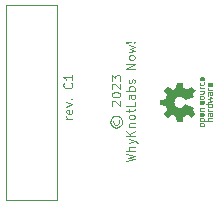
<source format=gbr>
%TF.GenerationSoftware,KiCad,Pcbnew,7.0.8*%
%TF.CreationDate,2023-11-07T17:21:35-08:00*%
%TF.ProjectId,trill-flex-slider,7472696c-6c2d-4666-9c65-782d736c6964,C1*%
%TF.SameCoordinates,Original*%
%TF.FileFunction,Legend,Top*%
%TF.FilePolarity,Positive*%
%FSLAX46Y46*%
G04 Gerber Fmt 4.6, Leading zero omitted, Abs format (unit mm)*
G04 Created by KiCad (PCBNEW 7.0.8) date 2023-11-07 17:21:35*
%MOMM*%
%LPD*%
G01*
G04 APERTURE LIST*
%ADD10C,0.070000*%
%ADD11C,0.120000*%
G04 APERTURE END LIST*
D10*
X76757724Y-106776143D02*
X76257724Y-106776143D01*
X76400581Y-106776143D02*
X76329152Y-106740429D01*
X76329152Y-106740429D02*
X76293438Y-106704715D01*
X76293438Y-106704715D02*
X76257724Y-106633286D01*
X76257724Y-106633286D02*
X76257724Y-106561857D01*
X76722010Y-106026143D02*
X76757724Y-106097571D01*
X76757724Y-106097571D02*
X76757724Y-106240429D01*
X76757724Y-106240429D02*
X76722010Y-106311857D01*
X76722010Y-106311857D02*
X76650581Y-106347571D01*
X76650581Y-106347571D02*
X76364867Y-106347571D01*
X76364867Y-106347571D02*
X76293438Y-106311857D01*
X76293438Y-106311857D02*
X76257724Y-106240429D01*
X76257724Y-106240429D02*
X76257724Y-106097571D01*
X76257724Y-106097571D02*
X76293438Y-106026143D01*
X76293438Y-106026143D02*
X76364867Y-105990429D01*
X76364867Y-105990429D02*
X76436295Y-105990429D01*
X76436295Y-105990429D02*
X76507724Y-106347571D01*
X76257724Y-105740429D02*
X76757724Y-105561857D01*
X76757724Y-105561857D02*
X76257724Y-105383286D01*
X76686295Y-105097571D02*
X76722010Y-105061857D01*
X76722010Y-105061857D02*
X76757724Y-105097571D01*
X76757724Y-105097571D02*
X76722010Y-105133285D01*
X76722010Y-105133285D02*
X76686295Y-105097571D01*
X76686295Y-105097571D02*
X76757724Y-105097571D01*
X76686295Y-103740428D02*
X76722010Y-103776142D01*
X76722010Y-103776142D02*
X76757724Y-103883285D01*
X76757724Y-103883285D02*
X76757724Y-103954713D01*
X76757724Y-103954713D02*
X76722010Y-104061856D01*
X76722010Y-104061856D02*
X76650581Y-104133285D01*
X76650581Y-104133285D02*
X76579152Y-104168999D01*
X76579152Y-104168999D02*
X76436295Y-104204713D01*
X76436295Y-104204713D02*
X76329152Y-104204713D01*
X76329152Y-104204713D02*
X76186295Y-104168999D01*
X76186295Y-104168999D02*
X76114867Y-104133285D01*
X76114867Y-104133285D02*
X76043438Y-104061856D01*
X76043438Y-104061856D02*
X76007724Y-103954713D01*
X76007724Y-103954713D02*
X76007724Y-103883285D01*
X76007724Y-103883285D02*
X76043438Y-103776142D01*
X76043438Y-103776142D02*
X76079152Y-103740428D01*
X76757724Y-103026142D02*
X76757724Y-103454713D01*
X76757724Y-103240428D02*
X76007724Y-103240428D01*
X76007724Y-103240428D02*
X76114867Y-103311856D01*
X76114867Y-103311856D02*
X76186295Y-103383285D01*
X76186295Y-103383285D02*
X76222010Y-103454713D01*
X80255045Y-106871428D02*
X80219331Y-106942857D01*
X80219331Y-106942857D02*
X80219331Y-107085714D01*
X80219331Y-107085714D02*
X80255045Y-107157143D01*
X80255045Y-107157143D02*
X80326474Y-107228571D01*
X80326474Y-107228571D02*
X80397902Y-107264285D01*
X80397902Y-107264285D02*
X80540760Y-107264285D01*
X80540760Y-107264285D02*
X80612188Y-107228571D01*
X80612188Y-107228571D02*
X80683617Y-107157143D01*
X80683617Y-107157143D02*
X80719331Y-107085714D01*
X80719331Y-107085714D02*
X80719331Y-106942857D01*
X80719331Y-106942857D02*
X80683617Y-106871428D01*
X79969331Y-107014285D02*
X80005045Y-107192857D01*
X80005045Y-107192857D02*
X80112188Y-107371428D01*
X80112188Y-107371428D02*
X80290760Y-107478571D01*
X80290760Y-107478571D02*
X80469331Y-107514285D01*
X80469331Y-107514285D02*
X80647902Y-107478571D01*
X80647902Y-107478571D02*
X80826474Y-107371428D01*
X80826474Y-107371428D02*
X80933617Y-107192857D01*
X80933617Y-107192857D02*
X80969331Y-107014285D01*
X80969331Y-107014285D02*
X80933617Y-106835714D01*
X80933617Y-106835714D02*
X80826474Y-106657143D01*
X80826474Y-106657143D02*
X80647902Y-106550000D01*
X80647902Y-106550000D02*
X80469331Y-106514285D01*
X80469331Y-106514285D02*
X80290760Y-106550000D01*
X80290760Y-106550000D02*
X80112188Y-106657143D01*
X80112188Y-106657143D02*
X80005045Y-106835714D01*
X80005045Y-106835714D02*
X79969331Y-107014285D01*
X80147902Y-105657142D02*
X80112188Y-105621428D01*
X80112188Y-105621428D02*
X80076474Y-105550000D01*
X80076474Y-105550000D02*
X80076474Y-105371428D01*
X80076474Y-105371428D02*
X80112188Y-105300000D01*
X80112188Y-105300000D02*
X80147902Y-105264285D01*
X80147902Y-105264285D02*
X80219331Y-105228571D01*
X80219331Y-105228571D02*
X80290760Y-105228571D01*
X80290760Y-105228571D02*
X80397902Y-105264285D01*
X80397902Y-105264285D02*
X80826474Y-105692857D01*
X80826474Y-105692857D02*
X80826474Y-105228571D01*
X80076474Y-104764285D02*
X80076474Y-104692856D01*
X80076474Y-104692856D02*
X80112188Y-104621428D01*
X80112188Y-104621428D02*
X80147902Y-104585714D01*
X80147902Y-104585714D02*
X80219331Y-104549999D01*
X80219331Y-104549999D02*
X80362188Y-104514285D01*
X80362188Y-104514285D02*
X80540760Y-104514285D01*
X80540760Y-104514285D02*
X80683617Y-104549999D01*
X80683617Y-104549999D02*
X80755045Y-104585714D01*
X80755045Y-104585714D02*
X80790760Y-104621428D01*
X80790760Y-104621428D02*
X80826474Y-104692856D01*
X80826474Y-104692856D02*
X80826474Y-104764285D01*
X80826474Y-104764285D02*
X80790760Y-104835714D01*
X80790760Y-104835714D02*
X80755045Y-104871428D01*
X80755045Y-104871428D02*
X80683617Y-104907142D01*
X80683617Y-104907142D02*
X80540760Y-104942856D01*
X80540760Y-104942856D02*
X80362188Y-104942856D01*
X80362188Y-104942856D02*
X80219331Y-104907142D01*
X80219331Y-104907142D02*
X80147902Y-104871428D01*
X80147902Y-104871428D02*
X80112188Y-104835714D01*
X80112188Y-104835714D02*
X80076474Y-104764285D01*
X80147902Y-104228570D02*
X80112188Y-104192856D01*
X80112188Y-104192856D02*
X80076474Y-104121428D01*
X80076474Y-104121428D02*
X80076474Y-103942856D01*
X80076474Y-103942856D02*
X80112188Y-103871428D01*
X80112188Y-103871428D02*
X80147902Y-103835713D01*
X80147902Y-103835713D02*
X80219331Y-103799999D01*
X80219331Y-103799999D02*
X80290760Y-103799999D01*
X80290760Y-103799999D02*
X80397902Y-103835713D01*
X80397902Y-103835713D02*
X80826474Y-104264285D01*
X80826474Y-104264285D02*
X80826474Y-103799999D01*
X80076474Y-103549999D02*
X80076474Y-103085713D01*
X80076474Y-103085713D02*
X80362188Y-103335713D01*
X80362188Y-103335713D02*
X80362188Y-103228570D01*
X80362188Y-103228570D02*
X80397902Y-103157142D01*
X80397902Y-103157142D02*
X80433617Y-103121427D01*
X80433617Y-103121427D02*
X80505045Y-103085713D01*
X80505045Y-103085713D02*
X80683617Y-103085713D01*
X80683617Y-103085713D02*
X80755045Y-103121427D01*
X80755045Y-103121427D02*
X80790760Y-103157142D01*
X80790760Y-103157142D02*
X80826474Y-103228570D01*
X80826474Y-103228570D02*
X80826474Y-103442856D01*
X80826474Y-103442856D02*
X80790760Y-103514284D01*
X80790760Y-103514284D02*
X80755045Y-103549999D01*
X81283974Y-110389284D02*
X82033974Y-110210712D01*
X82033974Y-110210712D02*
X81498260Y-110067855D01*
X81498260Y-110067855D02*
X82033974Y-109924998D01*
X82033974Y-109924998D02*
X81283974Y-109746427D01*
X82033974Y-109460712D02*
X81283974Y-109460712D01*
X82033974Y-109139284D02*
X81641117Y-109139284D01*
X81641117Y-109139284D02*
X81569688Y-109174998D01*
X81569688Y-109174998D02*
X81533974Y-109246426D01*
X81533974Y-109246426D02*
X81533974Y-109353569D01*
X81533974Y-109353569D02*
X81569688Y-109424998D01*
X81569688Y-109424998D02*
X81605402Y-109460712D01*
X81533974Y-108853570D02*
X82033974Y-108674998D01*
X81533974Y-108496427D02*
X82033974Y-108674998D01*
X82033974Y-108674998D02*
X82212545Y-108746427D01*
X82212545Y-108746427D02*
X82248260Y-108782141D01*
X82248260Y-108782141D02*
X82283974Y-108853570D01*
X82033974Y-108210712D02*
X81283974Y-108210712D01*
X82033974Y-107782141D02*
X81605402Y-108103569D01*
X81283974Y-107782141D02*
X81712545Y-108210712D01*
X81533974Y-107460712D02*
X82033974Y-107460712D01*
X81605402Y-107460712D02*
X81569688Y-107424998D01*
X81569688Y-107424998D02*
X81533974Y-107353569D01*
X81533974Y-107353569D02*
X81533974Y-107246426D01*
X81533974Y-107246426D02*
X81569688Y-107174998D01*
X81569688Y-107174998D02*
X81641117Y-107139284D01*
X81641117Y-107139284D02*
X82033974Y-107139284D01*
X82033974Y-106674998D02*
X81998260Y-106746427D01*
X81998260Y-106746427D02*
X81962545Y-106782141D01*
X81962545Y-106782141D02*
X81891117Y-106817855D01*
X81891117Y-106817855D02*
X81676831Y-106817855D01*
X81676831Y-106817855D02*
X81605402Y-106782141D01*
X81605402Y-106782141D02*
X81569688Y-106746427D01*
X81569688Y-106746427D02*
X81533974Y-106674998D01*
X81533974Y-106674998D02*
X81533974Y-106567855D01*
X81533974Y-106567855D02*
X81569688Y-106496427D01*
X81569688Y-106496427D02*
X81605402Y-106460713D01*
X81605402Y-106460713D02*
X81676831Y-106424998D01*
X81676831Y-106424998D02*
X81891117Y-106424998D01*
X81891117Y-106424998D02*
X81962545Y-106460713D01*
X81962545Y-106460713D02*
X81998260Y-106496427D01*
X81998260Y-106496427D02*
X82033974Y-106567855D01*
X82033974Y-106567855D02*
X82033974Y-106674998D01*
X81533974Y-106210713D02*
X81533974Y-105924999D01*
X81283974Y-106103570D02*
X81926831Y-106103570D01*
X81926831Y-106103570D02*
X81998260Y-106067856D01*
X81998260Y-106067856D02*
X82033974Y-105996427D01*
X82033974Y-105996427D02*
X82033974Y-105924999D01*
X82033974Y-105317856D02*
X82033974Y-105674999D01*
X82033974Y-105674999D02*
X81283974Y-105674999D01*
X82033974Y-104746428D02*
X81641117Y-104746428D01*
X81641117Y-104746428D02*
X81569688Y-104782142D01*
X81569688Y-104782142D02*
X81533974Y-104853570D01*
X81533974Y-104853570D02*
X81533974Y-104996428D01*
X81533974Y-104996428D02*
X81569688Y-105067856D01*
X81998260Y-104746428D02*
X82033974Y-104817856D01*
X82033974Y-104817856D02*
X82033974Y-104996428D01*
X82033974Y-104996428D02*
X81998260Y-105067856D01*
X81998260Y-105067856D02*
X81926831Y-105103570D01*
X81926831Y-105103570D02*
X81855402Y-105103570D01*
X81855402Y-105103570D02*
X81783974Y-105067856D01*
X81783974Y-105067856D02*
X81748260Y-104996428D01*
X81748260Y-104996428D02*
X81748260Y-104817856D01*
X81748260Y-104817856D02*
X81712545Y-104746428D01*
X82033974Y-104389285D02*
X81283974Y-104389285D01*
X81569688Y-104389285D02*
X81533974Y-104317857D01*
X81533974Y-104317857D02*
X81533974Y-104174999D01*
X81533974Y-104174999D02*
X81569688Y-104103571D01*
X81569688Y-104103571D02*
X81605402Y-104067857D01*
X81605402Y-104067857D02*
X81676831Y-104032142D01*
X81676831Y-104032142D02*
X81891117Y-104032142D01*
X81891117Y-104032142D02*
X81962545Y-104067857D01*
X81962545Y-104067857D02*
X81998260Y-104103571D01*
X81998260Y-104103571D02*
X82033974Y-104174999D01*
X82033974Y-104174999D02*
X82033974Y-104317857D01*
X82033974Y-104317857D02*
X81998260Y-104389285D01*
X81998260Y-103746428D02*
X82033974Y-103675000D01*
X82033974Y-103675000D02*
X82033974Y-103532143D01*
X82033974Y-103532143D02*
X81998260Y-103460714D01*
X81998260Y-103460714D02*
X81926831Y-103425000D01*
X81926831Y-103425000D02*
X81891117Y-103425000D01*
X81891117Y-103425000D02*
X81819688Y-103460714D01*
X81819688Y-103460714D02*
X81783974Y-103532143D01*
X81783974Y-103532143D02*
X81783974Y-103639286D01*
X81783974Y-103639286D02*
X81748260Y-103710714D01*
X81748260Y-103710714D02*
X81676831Y-103746428D01*
X81676831Y-103746428D02*
X81641117Y-103746428D01*
X81641117Y-103746428D02*
X81569688Y-103710714D01*
X81569688Y-103710714D02*
X81533974Y-103639286D01*
X81533974Y-103639286D02*
X81533974Y-103532143D01*
X81533974Y-103532143D02*
X81569688Y-103460714D01*
X82033974Y-102532142D02*
X81283974Y-102532142D01*
X81283974Y-102532142D02*
X82033974Y-102103571D01*
X82033974Y-102103571D02*
X81283974Y-102103571D01*
X82033974Y-101639285D02*
X81998260Y-101710714D01*
X81998260Y-101710714D02*
X81962545Y-101746428D01*
X81962545Y-101746428D02*
X81891117Y-101782142D01*
X81891117Y-101782142D02*
X81676831Y-101782142D01*
X81676831Y-101782142D02*
X81605402Y-101746428D01*
X81605402Y-101746428D02*
X81569688Y-101710714D01*
X81569688Y-101710714D02*
X81533974Y-101639285D01*
X81533974Y-101639285D02*
X81533974Y-101532142D01*
X81533974Y-101532142D02*
X81569688Y-101460714D01*
X81569688Y-101460714D02*
X81605402Y-101425000D01*
X81605402Y-101425000D02*
X81676831Y-101389285D01*
X81676831Y-101389285D02*
X81891117Y-101389285D01*
X81891117Y-101389285D02*
X81962545Y-101425000D01*
X81962545Y-101425000D02*
X81998260Y-101460714D01*
X81998260Y-101460714D02*
X82033974Y-101532142D01*
X82033974Y-101532142D02*
X82033974Y-101639285D01*
X81533974Y-101139286D02*
X82033974Y-100996429D01*
X82033974Y-100996429D02*
X81676831Y-100853571D01*
X81676831Y-100853571D02*
X82033974Y-100710714D01*
X82033974Y-100710714D02*
X81533974Y-100567857D01*
X81962545Y-100282143D02*
X81998260Y-100246429D01*
X81998260Y-100246429D02*
X82033974Y-100282143D01*
X82033974Y-100282143D02*
X81998260Y-100317857D01*
X81998260Y-100317857D02*
X81962545Y-100282143D01*
X81962545Y-100282143D02*
X82033974Y-100282143D01*
X81748260Y-100282143D02*
X81319688Y-100317857D01*
X81319688Y-100317857D02*
X81283974Y-100282143D01*
X81283974Y-100282143D02*
X81319688Y-100246429D01*
X81319688Y-100246429D02*
X81748260Y-100282143D01*
X81748260Y-100282143D02*
X81283974Y-100282143D01*
D11*
%TO.C,C1*%
X71136600Y-113682000D02*
X71136600Y-97182000D01*
X75496600Y-113682000D02*
X71136600Y-113682000D01*
X75496600Y-113682000D02*
X75496600Y-97182000D01*
X75496600Y-97182000D02*
X71136600Y-97182000D01*
%TO.C,G3*%
G36*
X88676905Y-105000532D02*
G01*
X88676905Y-105079282D01*
X88366446Y-105171985D01*
X88366446Y-105173714D01*
X88676905Y-105266417D01*
X88676905Y-105345143D01*
X88233516Y-105486790D01*
X88233516Y-105392358D01*
X88543974Y-105307508D01*
X88543974Y-105305780D01*
X88233516Y-105205224D01*
X88233516Y-105140500D01*
X88543974Y-105039919D01*
X88543974Y-105038141D01*
X88233516Y-104953341D01*
X88233516Y-104858860D01*
X88676905Y-105000532D01*
G37*
G36*
X88339332Y-105955253D02*
G01*
X88336485Y-105959121D01*
X88333860Y-105962865D01*
X88331451Y-105966507D01*
X88329252Y-105970067D01*
X88327259Y-105973565D01*
X88325467Y-105977022D01*
X88323869Y-105980459D01*
X88322462Y-105983896D01*
X88321240Y-105987353D01*
X88320198Y-105990852D01*
X88319330Y-105994412D01*
X88318631Y-105998054D01*
X88318097Y-106001799D01*
X88317722Y-106005666D01*
X88317500Y-106009678D01*
X88317428Y-106013853D01*
X88317758Y-106022033D01*
X88318758Y-106030131D01*
X88320441Y-106038086D01*
X88322818Y-106045835D01*
X88324271Y-106049614D01*
X88325902Y-106053319D01*
X88327714Y-106056941D01*
X88329707Y-106060474D01*
X88331883Y-106063910D01*
X88334244Y-106067240D01*
X88336791Y-106070458D01*
X88339526Y-106073555D01*
X88342451Y-106076524D01*
X88345566Y-106079358D01*
X88348875Y-106082048D01*
X88352377Y-106084586D01*
X88356076Y-106086966D01*
X88359971Y-106089179D01*
X88364066Y-106091218D01*
X88368361Y-106093075D01*
X88372858Y-106094742D01*
X88377559Y-106096212D01*
X88382466Y-106097477D01*
X88387579Y-106098529D01*
X88392900Y-106099361D01*
X88398432Y-106099965D01*
X88404175Y-106100332D01*
X88410131Y-106100457D01*
X88676905Y-106100457D01*
X88676905Y-106189653D01*
X88233516Y-106189653D01*
X88233516Y-106100457D01*
X88280732Y-106100457D01*
X88280732Y-106098703D01*
X88274380Y-106093315D01*
X88268438Y-106087646D01*
X88262904Y-106081706D01*
X88257781Y-106075501D01*
X88253066Y-106069040D01*
X88248762Y-106062330D01*
X88244867Y-106055378D01*
X88241381Y-106048194D01*
X88238306Y-106040784D01*
X88235640Y-106033157D01*
X88233384Y-106025320D01*
X88231538Y-106017280D01*
X88230102Y-106009046D01*
X88229077Y-106000626D01*
X88228461Y-105992027D01*
X88228256Y-105983257D01*
X88228408Y-105976601D01*
X88228861Y-105970084D01*
X88229605Y-105963701D01*
X88230633Y-105957448D01*
X88231938Y-105951318D01*
X88233512Y-105945307D01*
X88235347Y-105939408D01*
X88237436Y-105933618D01*
X88239771Y-105927931D01*
X88242344Y-105922341D01*
X88245148Y-105916843D01*
X88248175Y-105911432D01*
X88251417Y-105906103D01*
X88254867Y-105900851D01*
X88258517Y-105895669D01*
X88262359Y-105890554D01*
X88339332Y-105955253D01*
G37*
G36*
X88339332Y-104162748D02*
G01*
X88336485Y-104166611D01*
X88333860Y-104170352D01*
X88331451Y-104173990D01*
X88329252Y-104177547D01*
X88327259Y-104181044D01*
X88325467Y-104184499D01*
X88323869Y-104187935D01*
X88322462Y-104191372D01*
X88321240Y-104194830D01*
X88320198Y-104198329D01*
X88319330Y-104201890D01*
X88318631Y-104205535D01*
X88318097Y-104209282D01*
X88317722Y-104213153D01*
X88317500Y-104217168D01*
X88317428Y-104221348D01*
X88317758Y-104229527D01*
X88318758Y-104237624D01*
X88320441Y-104245578D01*
X88322818Y-104253326D01*
X88324271Y-104257104D01*
X88325902Y-104260808D01*
X88327714Y-104264429D01*
X88329707Y-104267961D01*
X88331883Y-104271395D01*
X88334244Y-104274725D01*
X88336791Y-104277941D01*
X88339526Y-104281037D01*
X88342451Y-104284005D01*
X88345566Y-104286838D01*
X88348875Y-104289526D01*
X88352377Y-104292064D01*
X88356076Y-104294443D01*
X88359971Y-104296655D01*
X88364066Y-104298693D01*
X88368361Y-104300549D01*
X88372858Y-104302215D01*
X88377559Y-104303684D01*
X88382466Y-104304949D01*
X88387579Y-104306000D01*
X88392900Y-104306831D01*
X88398432Y-104307435D01*
X88404175Y-104307802D01*
X88410131Y-104307927D01*
X88676905Y-104307927D01*
X88676905Y-104397098D01*
X88233516Y-104397098D01*
X88233516Y-104307927D01*
X88280732Y-104307927D01*
X88280732Y-104306124D01*
X88274380Y-104300740D01*
X88268438Y-104295076D01*
X88262904Y-104289140D01*
X88257781Y-104282940D01*
X88253066Y-104276483D01*
X88248762Y-104269776D01*
X88244867Y-104262829D01*
X88241381Y-104255648D01*
X88238306Y-104248242D01*
X88235640Y-104240618D01*
X88233384Y-104232783D01*
X88231538Y-104224746D01*
X88230102Y-104216514D01*
X88229077Y-104208095D01*
X88228461Y-104199497D01*
X88228256Y-104190727D01*
X88228408Y-104184074D01*
X88228861Y-104177560D01*
X88229605Y-104171178D01*
X88230633Y-104164925D01*
X88231938Y-104158794D01*
X88233512Y-104152781D01*
X88235347Y-104146881D01*
X88237436Y-104141088D01*
X88239771Y-104135398D01*
X88242344Y-104129806D01*
X88245148Y-104124307D01*
X88248175Y-104118895D01*
X88251417Y-104113566D01*
X88254867Y-104108314D01*
X88258517Y-104103135D01*
X88262359Y-104098024D01*
X88339332Y-104162748D01*
G37*
G36*
X87638965Y-104052201D02*
G01*
X87636127Y-104056064D01*
X87633510Y-104059804D01*
X87631107Y-104063443D01*
X87628914Y-104067000D01*
X87626926Y-104070496D01*
X87625138Y-104073952D01*
X87623544Y-104077388D01*
X87622139Y-104080825D01*
X87620919Y-104084282D01*
X87619878Y-104087782D01*
X87619011Y-104091343D01*
X87618313Y-104094987D01*
X87617780Y-104098735D01*
X87617405Y-104102606D01*
X87617183Y-104106621D01*
X87617111Y-104110801D01*
X87617441Y-104118980D01*
X87618439Y-104127077D01*
X87620119Y-104135031D01*
X87622494Y-104142779D01*
X87623945Y-104146557D01*
X87625575Y-104150260D01*
X87627385Y-104153882D01*
X87629377Y-104157414D01*
X87631551Y-104160848D01*
X87633911Y-104164177D01*
X87636457Y-104167394D01*
X87639191Y-104170490D01*
X87642114Y-104173458D01*
X87645229Y-104176290D01*
X87648537Y-104178979D01*
X87652039Y-104181517D01*
X87655737Y-104183895D01*
X87659632Y-104186108D01*
X87663727Y-104188145D01*
X87668023Y-104190002D01*
X87672522Y-104191668D01*
X87677224Y-104193137D01*
X87682132Y-104194401D01*
X87687247Y-104195453D01*
X87692572Y-104196284D01*
X87698106Y-104196887D01*
X87703853Y-104197255D01*
X87709814Y-104197379D01*
X87976538Y-104197379D01*
X87976538Y-104286600D01*
X87533149Y-104286600D01*
X87533149Y-104197379D01*
X87580365Y-104197379D01*
X87580365Y-104195626D01*
X87574013Y-104190242D01*
X87568071Y-104184576D01*
X87562538Y-104178638D01*
X87557414Y-104172434D01*
X87552700Y-104165973D01*
X87548395Y-104159263D01*
X87544500Y-104152311D01*
X87541015Y-104145126D01*
X87537939Y-104137715D01*
X87535273Y-104130086D01*
X87533018Y-104122247D01*
X87531172Y-104114206D01*
X87529736Y-104105971D01*
X87528710Y-104097550D01*
X87528095Y-104088950D01*
X87527890Y-104080179D01*
X87528042Y-104073519D01*
X87528494Y-104067000D01*
X87529238Y-104060617D01*
X87530267Y-104054363D01*
X87531572Y-104048234D01*
X87533146Y-104042225D01*
X87534981Y-104036329D01*
X87537070Y-104030541D01*
X87539405Y-104024855D01*
X87541978Y-104019267D01*
X87544782Y-104013771D01*
X87547809Y-104008361D01*
X87551051Y-104003033D01*
X87554501Y-103997779D01*
X87558151Y-103992596D01*
X87561993Y-103987477D01*
X87638965Y-104052201D01*
G37*
G36*
X87976538Y-105940116D02*
G01*
X87712480Y-105940116D01*
X87706892Y-105940225D01*
X87701455Y-105940550D01*
X87696171Y-105941087D01*
X87691040Y-105941829D01*
X87686066Y-105942774D01*
X87681250Y-105943915D01*
X87676592Y-105945249D01*
X87672097Y-105946771D01*
X87667764Y-105948476D01*
X87663596Y-105950360D01*
X87659594Y-105952418D01*
X87655761Y-105954645D01*
X87652098Y-105957037D01*
X87648606Y-105959588D01*
X87645288Y-105962295D01*
X87642145Y-105965153D01*
X87639179Y-105968157D01*
X87636391Y-105971302D01*
X87633785Y-105974584D01*
X87631360Y-105977998D01*
X87629119Y-105981539D01*
X87627064Y-105985204D01*
X87625197Y-105988986D01*
X87623518Y-105992883D01*
X87622031Y-105996888D01*
X87620736Y-106000997D01*
X87619635Y-106005206D01*
X87618731Y-106009510D01*
X87618025Y-106013905D01*
X87617518Y-106018385D01*
X87617213Y-106022946D01*
X87617111Y-106027583D01*
X87617213Y-106032300D01*
X87617518Y-106036934D01*
X87618025Y-106041483D01*
X87618731Y-106045942D01*
X87619635Y-106050306D01*
X87620736Y-106054570D01*
X87622031Y-106058731D01*
X87623518Y-106062784D01*
X87625197Y-106066724D01*
X87627064Y-106070546D01*
X87629119Y-106074247D01*
X87631360Y-106077822D01*
X87633785Y-106081267D01*
X87636391Y-106084576D01*
X87639179Y-106087745D01*
X87642145Y-106090770D01*
X87645288Y-106093647D01*
X87648606Y-106096371D01*
X87652098Y-106098937D01*
X87655761Y-106101341D01*
X87659594Y-106103578D01*
X87663596Y-106105645D01*
X87667764Y-106107535D01*
X87672097Y-106109246D01*
X87676593Y-106110773D01*
X87681250Y-106112110D01*
X87686066Y-106113254D01*
X87691041Y-106114200D01*
X87696171Y-106114944D01*
X87701456Y-106115481D01*
X87706893Y-106115806D01*
X87712481Y-106115915D01*
X87976538Y-106115915D01*
X87976538Y-106205112D01*
X87533149Y-106205112D01*
X87533149Y-106115915D01*
X87580365Y-106115915D01*
X87580365Y-106114137D01*
X87574013Y-106108753D01*
X87568071Y-106103089D01*
X87562538Y-106097151D01*
X87557414Y-106090949D01*
X87552700Y-106084490D01*
X87548395Y-106077782D01*
X87544500Y-106070833D01*
X87541015Y-106063650D01*
X87537939Y-106056241D01*
X87535273Y-106048614D01*
X87533018Y-106040777D01*
X87531172Y-106032738D01*
X87529736Y-106024505D01*
X87528710Y-106016085D01*
X87528095Y-106007486D01*
X87527890Y-105998716D01*
X87528046Y-105992213D01*
X87528513Y-105985669D01*
X87530378Y-105972527D01*
X87533475Y-105959419D01*
X87537796Y-105946473D01*
X87540412Y-105940102D01*
X87543331Y-105933820D01*
X87546552Y-105927643D01*
X87550072Y-105921588D01*
X87553892Y-105915671D01*
X87558010Y-105909907D01*
X87562425Y-105904314D01*
X87567135Y-105898907D01*
X87572141Y-105893702D01*
X87577440Y-105888716D01*
X87583031Y-105883965D01*
X87588914Y-105879465D01*
X87595088Y-105875231D01*
X87601550Y-105871281D01*
X87608301Y-105867631D01*
X87615338Y-105864296D01*
X87622661Y-105861293D01*
X87630270Y-105858638D01*
X87638161Y-105856347D01*
X87646335Y-105854436D01*
X87654791Y-105852922D01*
X87663527Y-105851820D01*
X87672542Y-105851147D01*
X87681835Y-105850919D01*
X87976538Y-105850919D01*
X87976538Y-105940116D01*
G37*
G36*
X87976573Y-104473604D02*
G01*
X87929307Y-104473604D01*
X87929307Y-104475333D01*
X87935659Y-104480721D01*
X87941602Y-104486389D01*
X87947135Y-104492327D01*
X87952259Y-104498525D01*
X87956973Y-104504974D01*
X87961278Y-104511666D01*
X87965173Y-104518591D01*
X87968658Y-104525740D01*
X87971734Y-104533104D01*
X87974399Y-104540673D01*
X87976655Y-104548439D01*
X87978501Y-104556392D01*
X87979937Y-104564522D01*
X87980963Y-104572822D01*
X87981578Y-104581281D01*
X87981783Y-104589890D01*
X87981627Y-104596472D01*
X87981160Y-104603089D01*
X87979295Y-104616365D01*
X87976198Y-104629590D01*
X87974190Y-104636144D01*
X87971878Y-104642637D01*
X87969262Y-104649052D01*
X87966343Y-104655376D01*
X87963123Y-104661590D01*
X87959603Y-104667679D01*
X87955784Y-104673628D01*
X87951667Y-104679419D01*
X87947253Y-104685038D01*
X87942544Y-104690468D01*
X87937540Y-104695693D01*
X87932242Y-104700696D01*
X87926652Y-104705463D01*
X87920771Y-104709977D01*
X87914599Y-104714222D01*
X87908139Y-104718182D01*
X87901391Y-104721840D01*
X87894356Y-104725182D01*
X87887035Y-104728190D01*
X87879430Y-104730849D01*
X87871542Y-104733143D01*
X87863371Y-104735056D01*
X87854919Y-104736572D01*
X87846187Y-104737674D01*
X87837176Y-104738348D01*
X87827888Y-104738576D01*
X87533135Y-104738576D01*
X87533135Y-104649404D01*
X87797266Y-104649404D01*
X87802848Y-104649294D01*
X87808279Y-104648969D01*
X87813558Y-104648432D01*
X87818684Y-104647688D01*
X87823654Y-104646741D01*
X87828468Y-104645597D01*
X87833122Y-104644258D01*
X87837615Y-104642731D01*
X87841946Y-104641020D01*
X87846113Y-104639128D01*
X87850113Y-104637061D01*
X87853946Y-104634823D01*
X87857609Y-104632418D01*
X87861100Y-104629851D01*
X87864419Y-104627127D01*
X87867562Y-104624250D01*
X87870529Y-104621224D01*
X87873317Y-104618054D01*
X87875925Y-104614744D01*
X87878351Y-104611300D01*
X87880593Y-104607725D01*
X87882649Y-104604024D01*
X87884518Y-104600201D01*
X87886198Y-104596262D01*
X87887686Y-104592210D01*
X87888982Y-104588050D01*
X87890084Y-104583786D01*
X87890989Y-104579423D01*
X87891696Y-104574966D01*
X87892204Y-104570419D01*
X87892509Y-104565786D01*
X87892612Y-104561072D01*
X87892509Y-104556434D01*
X87892204Y-104551873D01*
X87891696Y-104547393D01*
X87890989Y-104542999D01*
X87890084Y-104538695D01*
X87888982Y-104534486D01*
X87887686Y-104530376D01*
X87886198Y-104526371D01*
X87884518Y-104522475D01*
X87882649Y-104518692D01*
X87880593Y-104515028D01*
X87878351Y-104511486D01*
X87875925Y-104508072D01*
X87873317Y-104504790D01*
X87870529Y-104501645D01*
X87867562Y-104498641D01*
X87864419Y-104495784D01*
X87861100Y-104493077D01*
X87857609Y-104490525D01*
X87853946Y-104488133D01*
X87850113Y-104485906D01*
X87846113Y-104483849D01*
X87841946Y-104481965D01*
X87837615Y-104480260D01*
X87833122Y-104478738D01*
X87828468Y-104477404D01*
X87823654Y-104476262D01*
X87818684Y-104475318D01*
X87813558Y-104474575D01*
X87808279Y-104474039D01*
X87802848Y-104473713D01*
X87797266Y-104473604D01*
X87533135Y-104473604D01*
X87533135Y-104384408D01*
X87976573Y-104384408D01*
X87976573Y-104473604D01*
G37*
G36*
X87913074Y-103645179D02*
G01*
X87920968Y-103652908D01*
X87928516Y-103660986D01*
X87935689Y-103669411D01*
X87942457Y-103678180D01*
X87948792Y-103687293D01*
X87954663Y-103696747D01*
X87960042Y-103706542D01*
X87964898Y-103716675D01*
X87969202Y-103727145D01*
X87972925Y-103737951D01*
X87976037Y-103749090D01*
X87978509Y-103760562D01*
X87980311Y-103772364D01*
X87981414Y-103784495D01*
X87981788Y-103796954D01*
X87981022Y-103816073D01*
X87978693Y-103834971D01*
X87974753Y-103853507D01*
X87969154Y-103871543D01*
X87965717Y-103880330D01*
X87961848Y-103888939D01*
X87957540Y-103897353D01*
X87952788Y-103905555D01*
X87947586Y-103913527D01*
X87941927Y-103921251D01*
X87935806Y-103928711D01*
X87929217Y-103935888D01*
X87922153Y-103942766D01*
X87914609Y-103949326D01*
X87906579Y-103955552D01*
X87898057Y-103961426D01*
X87889037Y-103966930D01*
X87879513Y-103972047D01*
X87869479Y-103976759D01*
X87858929Y-103981050D01*
X87847857Y-103984901D01*
X87836257Y-103988296D01*
X87824124Y-103991216D01*
X87811451Y-103993644D01*
X87798232Y-103995563D01*
X87784461Y-103996956D01*
X87770133Y-103997804D01*
X87755241Y-103998090D01*
X87740282Y-103997804D01*
X87725890Y-103996956D01*
X87712060Y-103995563D01*
X87698784Y-103993644D01*
X87686058Y-103991216D01*
X87673875Y-103988296D01*
X87662229Y-103984901D01*
X87651114Y-103981050D01*
X87640524Y-103976759D01*
X87630452Y-103972047D01*
X87620894Y-103966930D01*
X87611842Y-103961426D01*
X87603291Y-103955552D01*
X87595234Y-103949326D01*
X87587666Y-103942766D01*
X87580581Y-103935888D01*
X87573972Y-103928711D01*
X87567833Y-103921251D01*
X87562158Y-103913527D01*
X87556942Y-103905555D01*
X87552178Y-103897353D01*
X87547860Y-103888939D01*
X87543982Y-103880330D01*
X87540538Y-103871543D01*
X87537521Y-103862597D01*
X87534927Y-103853507D01*
X87532749Y-103844293D01*
X87530980Y-103834971D01*
X87529614Y-103825558D01*
X87528647Y-103816073D01*
X87527880Y-103796954D01*
X87527974Y-103790684D01*
X87528254Y-103784495D01*
X87528717Y-103778389D01*
X87529358Y-103772364D01*
X87531162Y-103760562D01*
X87533636Y-103749090D01*
X87536750Y-103737951D01*
X87540476Y-103727145D01*
X87544784Y-103716675D01*
X87549645Y-103706542D01*
X87555028Y-103696747D01*
X87560905Y-103687293D01*
X87567246Y-103678180D01*
X87574021Y-103669411D01*
X87581201Y-103660986D01*
X87588757Y-103652908D01*
X87596659Y-103645179D01*
X87604877Y-103637799D01*
X87663477Y-103703387D01*
X87658488Y-103707596D01*
X87653700Y-103712025D01*
X87649131Y-103716667D01*
X87644795Y-103721515D01*
X87640711Y-103726562D01*
X87636895Y-103731803D01*
X87633364Y-103737231D01*
X87630133Y-103742839D01*
X87627220Y-103748622D01*
X87624642Y-103754571D01*
X87622415Y-103760682D01*
X87620555Y-103766947D01*
X87619079Y-103773360D01*
X87618005Y-103779915D01*
X87617348Y-103786604D01*
X87617125Y-103793423D01*
X87617611Y-103806684D01*
X87619081Y-103819229D01*
X87620192Y-103825227D01*
X87621557Y-103831039D01*
X87623180Y-103836662D01*
X87625062Y-103842094D01*
X87627207Y-103847333D01*
X87629617Y-103852375D01*
X87632295Y-103857220D01*
X87635244Y-103861864D01*
X87638466Y-103866304D01*
X87641964Y-103870540D01*
X87645741Y-103874567D01*
X87649799Y-103878384D01*
X87654142Y-103881988D01*
X87658772Y-103885378D01*
X87663691Y-103888549D01*
X87668903Y-103891501D01*
X87674410Y-103894231D01*
X87680215Y-103896735D01*
X87686320Y-103899013D01*
X87692729Y-103901061D01*
X87699443Y-103902877D01*
X87706466Y-103904459D01*
X87713801Y-103905804D01*
X87721450Y-103906910D01*
X87737701Y-103908395D01*
X87755241Y-103908894D01*
X87764102Y-103908769D01*
X87772643Y-103908395D01*
X87780866Y-103907774D01*
X87788774Y-103906910D01*
X87796369Y-103905804D01*
X87803654Y-103904459D01*
X87810632Y-103902877D01*
X87817305Y-103901061D01*
X87823675Y-103899013D01*
X87829746Y-103896735D01*
X87835519Y-103894231D01*
X87840998Y-103891501D01*
X87846185Y-103888549D01*
X87851082Y-103885378D01*
X87855691Y-103881988D01*
X87860017Y-103878384D01*
X87864060Y-103874567D01*
X87867824Y-103870540D01*
X87871312Y-103866304D01*
X87874524Y-103861864D01*
X87877466Y-103857220D01*
X87880138Y-103852375D01*
X87882543Y-103847333D01*
X87884685Y-103842094D01*
X87886565Y-103836662D01*
X87888186Y-103831039D01*
X87889550Y-103825227D01*
X87890661Y-103819229D01*
X87891520Y-103813047D01*
X87892131Y-103806684D01*
X87892496Y-103800142D01*
X87892617Y-103793423D01*
X87892561Y-103789998D01*
X87892394Y-103786604D01*
X87892119Y-103783243D01*
X87891737Y-103779915D01*
X87890663Y-103773360D01*
X87889187Y-103766947D01*
X87887327Y-103760682D01*
X87885100Y-103754571D01*
X87882522Y-103748622D01*
X87879609Y-103742839D01*
X87876378Y-103737231D01*
X87872847Y-103731803D01*
X87869030Y-103726562D01*
X87864946Y-103721515D01*
X87860611Y-103716667D01*
X87856042Y-103712025D01*
X87851254Y-103707596D01*
X87846265Y-103703387D01*
X87904865Y-103637799D01*
X87913074Y-103645179D01*
G37*
G36*
X88676914Y-105623743D02*
G01*
X88630563Y-105623743D01*
X88636180Y-105629141D01*
X88641558Y-105634834D01*
X88646678Y-105640809D01*
X88651524Y-105647053D01*
X88656080Y-105653554D01*
X88660328Y-105660299D01*
X88664251Y-105667275D01*
X88667833Y-105674468D01*
X88671056Y-105681867D01*
X88673905Y-105689458D01*
X88676361Y-105697229D01*
X88678409Y-105705166D01*
X88680031Y-105713257D01*
X88681210Y-105721489D01*
X88681930Y-105729850D01*
X88682174Y-105738325D01*
X88682103Y-105743366D01*
X88681891Y-105748319D01*
X88681541Y-105753185D01*
X88681056Y-105757965D01*
X88680438Y-105762658D01*
X88679692Y-105767264D01*
X88678820Y-105771785D01*
X88677824Y-105776219D01*
X88676707Y-105780568D01*
X88675473Y-105784830D01*
X88674124Y-105789007D01*
X88672664Y-105793099D01*
X88671094Y-105797105D01*
X88669419Y-105801027D01*
X88665762Y-105808615D01*
X88661715Y-105815865D01*
X88657303Y-105822777D01*
X88652547Y-105829355D01*
X88647472Y-105835598D01*
X88642101Y-105841508D01*
X88636456Y-105847086D01*
X88630561Y-105852334D01*
X88624439Y-105857254D01*
X88618542Y-105861644D01*
X88612585Y-105865640D01*
X88606448Y-105869256D01*
X88600008Y-105872508D01*
X88593143Y-105875411D01*
X88585733Y-105877981D01*
X88577655Y-105880233D01*
X88568787Y-105882183D01*
X88559007Y-105883845D01*
X88548195Y-105885236D01*
X88536228Y-105886371D01*
X88522985Y-105887264D01*
X88492182Y-105888391D01*
X88454812Y-105888739D01*
X88435376Y-105888655D01*
X88417688Y-105888391D01*
X88401625Y-105887933D01*
X88387069Y-105887264D01*
X88373899Y-105886371D01*
X88361994Y-105885236D01*
X88351233Y-105883845D01*
X88341496Y-105882183D01*
X88332662Y-105880233D01*
X88328547Y-105879146D01*
X88324612Y-105877981D01*
X88320843Y-105876737D01*
X88317224Y-105875411D01*
X88313741Y-105874002D01*
X88310378Y-105872508D01*
X88303953Y-105869256D01*
X88297829Y-105865640D01*
X88291885Y-105861644D01*
X88286001Y-105857254D01*
X88279867Y-105852334D01*
X88273963Y-105847086D01*
X88268312Y-105841508D01*
X88262937Y-105835598D01*
X88257860Y-105829355D01*
X88253105Y-105822777D01*
X88248694Y-105815865D01*
X88244651Y-105808615D01*
X88240997Y-105801027D01*
X88237757Y-105793099D01*
X88234952Y-105784830D01*
X88232606Y-105776219D01*
X88230741Y-105767264D01*
X88229381Y-105757965D01*
X88228548Y-105748319D01*
X88228266Y-105738325D01*
X88228509Y-105729907D01*
X88229228Y-105721705D01*
X88230408Y-105713708D01*
X88230928Y-105711211D01*
X88317437Y-105711211D01*
X88317638Y-105718851D01*
X88318230Y-105726039D01*
X88319202Y-105732788D01*
X88320541Y-105739112D01*
X88322233Y-105745025D01*
X88324266Y-105750540D01*
X88326627Y-105755672D01*
X88329304Y-105760434D01*
X88332283Y-105764839D01*
X88335551Y-105768902D01*
X88339097Y-105772637D01*
X88342907Y-105776056D01*
X88346967Y-105779175D01*
X88351267Y-105782006D01*
X88355791Y-105784564D01*
X88360529Y-105786862D01*
X88365467Y-105788914D01*
X88370591Y-105790734D01*
X88381351Y-105793732D01*
X88392705Y-105795967D01*
X88404552Y-105797548D01*
X88416789Y-105798586D01*
X88429313Y-105799191D01*
X88454812Y-105799543D01*
X88467742Y-105799473D01*
X88480571Y-105799191D01*
X88493198Y-105798586D01*
X88505522Y-105797548D01*
X88517441Y-105795967D01*
X88523218Y-105794938D01*
X88528856Y-105793732D01*
X88534342Y-105792335D01*
X88539663Y-105790734D01*
X88544808Y-105788914D01*
X88549763Y-105786862D01*
X88554515Y-105784564D01*
X88559053Y-105782006D01*
X88563363Y-105779175D01*
X88567433Y-105776056D01*
X88571250Y-105772637D01*
X88574802Y-105768902D01*
X88578075Y-105764839D01*
X88581057Y-105760434D01*
X88583736Y-105755672D01*
X88586099Y-105750540D01*
X88588133Y-105745025D01*
X88589826Y-105739112D01*
X88591164Y-105732788D01*
X88592136Y-105726039D01*
X88592728Y-105718851D01*
X88592929Y-105711211D01*
X88592716Y-105703649D01*
X88592089Y-105696534D01*
X88591061Y-105689854D01*
X88589649Y-105683594D01*
X88587866Y-105677741D01*
X88585729Y-105672282D01*
X88583252Y-105667202D01*
X88580450Y-105662487D01*
X88577338Y-105658126D01*
X88573931Y-105654103D01*
X88570245Y-105650405D01*
X88566294Y-105647018D01*
X88562093Y-105643930D01*
X88557657Y-105641126D01*
X88553002Y-105638592D01*
X88548142Y-105636316D01*
X88543093Y-105634283D01*
X88537868Y-105632479D01*
X88526957Y-105629508D01*
X88515527Y-105627293D01*
X88503699Y-105625724D01*
X88491593Y-105624694D01*
X88479330Y-105624093D01*
X88454812Y-105623743D01*
X88442746Y-105623812D01*
X88430575Y-105624093D01*
X88418421Y-105624694D01*
X88406407Y-105625724D01*
X88394653Y-105627293D01*
X88388913Y-105628313D01*
X88383283Y-105629508D01*
X88377779Y-105630892D01*
X88372417Y-105632479D01*
X88367211Y-105634283D01*
X88362177Y-105636316D01*
X88357331Y-105638592D01*
X88352686Y-105641126D01*
X88348260Y-105643930D01*
X88344066Y-105647018D01*
X88340120Y-105650405D01*
X88336437Y-105654103D01*
X88333033Y-105658126D01*
X88329922Y-105662487D01*
X88327120Y-105667202D01*
X88324643Y-105672282D01*
X88322504Y-105677741D01*
X88320721Y-105683594D01*
X88319307Y-105689854D01*
X88318279Y-105696534D01*
X88317650Y-105703649D01*
X88317437Y-105711211D01*
X88230928Y-105711211D01*
X88232034Y-105705906D01*
X88234090Y-105698288D01*
X88236561Y-105690845D01*
X88239432Y-105683566D01*
X88242687Y-105676441D01*
X88246312Y-105669459D01*
X88250291Y-105662611D01*
X88254608Y-105655885D01*
X88259249Y-105649272D01*
X88264198Y-105642762D01*
X88269440Y-105636344D01*
X88274959Y-105630008D01*
X88280741Y-105623743D01*
X88054195Y-105623743D01*
X88054195Y-105534547D01*
X88676914Y-105534547D01*
X88676914Y-105623743D01*
G37*
G36*
X87788541Y-106557610D02*
G01*
X87795240Y-106557480D01*
X87801729Y-106557094D01*
X87808008Y-106556457D01*
X87814076Y-106555574D01*
X87819934Y-106554450D01*
X87825581Y-106553091D01*
X87831017Y-106551500D01*
X87836241Y-106549685D01*
X87841255Y-106547649D01*
X87846057Y-106545397D01*
X87850647Y-106542936D01*
X87855026Y-106540269D01*
X87859193Y-106537403D01*
X87863147Y-106534342D01*
X87866889Y-106531091D01*
X87870419Y-106527656D01*
X87873736Y-106524041D01*
X87876841Y-106520252D01*
X87879732Y-106516294D01*
X87882410Y-106512171D01*
X87884875Y-106507890D01*
X87887127Y-106503455D01*
X87889164Y-106498871D01*
X87890989Y-106494144D01*
X87892599Y-106489278D01*
X87893995Y-106484279D01*
X87895176Y-106479151D01*
X87896143Y-106473901D01*
X87896896Y-106468532D01*
X87897434Y-106463051D01*
X87897756Y-106457461D01*
X87897864Y-106451770D01*
X87897680Y-106445348D01*
X87897134Y-106438884D01*
X87896231Y-106432397D01*
X87894979Y-106425906D01*
X87893382Y-106419431D01*
X87891449Y-106412991D01*
X87889185Y-106406604D01*
X87886597Y-106400291D01*
X87883691Y-106394070D01*
X87880474Y-106387960D01*
X87876952Y-106381981D01*
X87873132Y-106376153D01*
X87869019Y-106370493D01*
X87864621Y-106365021D01*
X87859944Y-106359758D01*
X87854994Y-106354720D01*
X87910063Y-106289996D01*
X87919232Y-106298347D01*
X87927715Y-106306990D01*
X87935528Y-106315908D01*
X87942681Y-106325088D01*
X87949188Y-106334513D01*
X87955062Y-106344169D01*
X87960316Y-106354040D01*
X87964962Y-106364111D01*
X87969013Y-106374366D01*
X87972483Y-106384791D01*
X87975383Y-106395370D01*
X87977728Y-106406087D01*
X87979529Y-106416928D01*
X87980799Y-106427878D01*
X87981552Y-106438921D01*
X87981800Y-106450041D01*
X87981264Y-106467239D01*
X87979565Y-106484608D01*
X87976563Y-106501973D01*
X87972121Y-106519155D01*
X87966101Y-106535979D01*
X87962456Y-106544201D01*
X87958364Y-106552267D01*
X87953808Y-106560155D01*
X87948772Y-106567843D01*
X87943237Y-106575309D01*
X87937187Y-106582530D01*
X87930604Y-106589485D01*
X87923470Y-106596151D01*
X87915770Y-106602507D01*
X87907484Y-106608529D01*
X87898597Y-106614197D01*
X87889090Y-106619489D01*
X87878948Y-106624381D01*
X87868151Y-106628852D01*
X87856683Y-106632879D01*
X87844527Y-106636442D01*
X87831665Y-106639516D01*
X87818080Y-106642082D01*
X87803756Y-106644116D01*
X87788673Y-106645596D01*
X87772816Y-106646500D01*
X87756167Y-106646806D01*
X87740354Y-106646525D01*
X87725211Y-106645695D01*
X87715076Y-106644745D01*
X87710727Y-106644337D01*
X87696892Y-106642469D01*
X87683694Y-106640112D01*
X87671122Y-106637285D01*
X87659165Y-106634009D01*
X87647813Y-106630303D01*
X87637054Y-106626187D01*
X87626877Y-106621681D01*
X87617271Y-106616805D01*
X87608225Y-106611578D01*
X87599728Y-106606021D01*
X87591769Y-106600153D01*
X87584336Y-106593994D01*
X87577420Y-106587564D01*
X87571008Y-106580883D01*
X87565090Y-106573971D01*
X87559655Y-106566847D01*
X87554691Y-106559532D01*
X87550188Y-106552044D01*
X87546134Y-106544405D01*
X87542519Y-106536634D01*
X87539331Y-106528750D01*
X87536560Y-106520774D01*
X87534194Y-106512725D01*
X87532222Y-106504623D01*
X87530634Y-106496489D01*
X87528563Y-106480200D01*
X87527892Y-106464018D01*
X87611853Y-106464018D01*
X87611958Y-106468898D01*
X87612272Y-106473698D01*
X87612794Y-106478411D01*
X87613524Y-106483034D01*
X87614461Y-106487562D01*
X87615604Y-106491991D01*
X87616952Y-106496316D01*
X87618505Y-106500533D01*
X87620261Y-106504638D01*
X87622220Y-106508625D01*
X87624381Y-106512490D01*
X87626744Y-106516229D01*
X87629307Y-106519838D01*
X87632070Y-106523311D01*
X87635032Y-106526645D01*
X87638193Y-106529835D01*
X87641550Y-106532876D01*
X87645105Y-106535764D01*
X87648855Y-106538494D01*
X87652800Y-106541063D01*
X87656940Y-106543465D01*
X87661273Y-106545695D01*
X87665799Y-106547751D01*
X87670516Y-106549626D01*
X87675425Y-106551317D01*
X87680525Y-106552819D01*
X87685814Y-106554127D01*
X87691292Y-106555237D01*
X87696958Y-106556145D01*
X87702811Y-106556847D01*
X87708850Y-106557336D01*
X87715076Y-106557610D01*
X87715076Y-106370451D01*
X87708850Y-106370801D01*
X87702811Y-106371356D01*
X87696958Y-106372114D01*
X87691292Y-106373071D01*
X87685814Y-106374221D01*
X87680525Y-106375561D01*
X87675425Y-106377087D01*
X87670516Y-106378796D01*
X87665799Y-106380682D01*
X87661273Y-106382743D01*
X87656940Y-106384973D01*
X87652800Y-106387370D01*
X87648855Y-106389929D01*
X87645105Y-106392646D01*
X87641550Y-106395517D01*
X87638193Y-106398538D01*
X87635032Y-106401705D01*
X87632070Y-106405014D01*
X87629307Y-106408461D01*
X87626744Y-106412042D01*
X87624381Y-106415754D01*
X87622220Y-106419591D01*
X87620261Y-106423551D01*
X87618505Y-106427628D01*
X87616952Y-106431820D01*
X87615604Y-106436121D01*
X87614461Y-106440529D01*
X87613524Y-106445039D01*
X87612794Y-106449646D01*
X87612272Y-106454348D01*
X87611958Y-106459140D01*
X87611853Y-106464018D01*
X87527892Y-106464018D01*
X87528104Y-106454877D01*
X87528735Y-106445826D01*
X87529780Y-106436878D01*
X87531234Y-106428046D01*
X87533091Y-106419344D01*
X87535345Y-106410784D01*
X87537991Y-106402379D01*
X87541023Y-106394144D01*
X87544435Y-106386090D01*
X87548222Y-106378231D01*
X87552379Y-106370581D01*
X87556899Y-106363151D01*
X87561778Y-106355956D01*
X87567009Y-106349009D01*
X87572587Y-106342322D01*
X87578506Y-106335910D01*
X87584761Y-106329784D01*
X87591346Y-106323958D01*
X87598256Y-106318445D01*
X87605485Y-106313259D01*
X87613027Y-106308412D01*
X87620877Y-106303917D01*
X87629030Y-106299789D01*
X87637478Y-106296039D01*
X87646218Y-106292681D01*
X87655243Y-106289728D01*
X87664549Y-106287194D01*
X87674128Y-106285091D01*
X87683976Y-106283432D01*
X87694087Y-106282231D01*
X87704455Y-106281501D01*
X87715076Y-106281255D01*
X87788541Y-106281255D01*
X87788541Y-106557610D01*
G37*
G36*
X88488911Y-104007149D02*
G01*
X88495605Y-104007019D01*
X88502090Y-104006633D01*
X88508365Y-104005996D01*
X88514429Y-104005114D01*
X88520284Y-104003990D01*
X88525927Y-104002631D01*
X88531360Y-104001042D01*
X88536582Y-103999227D01*
X88541593Y-103997192D01*
X88546393Y-103994941D01*
X88550981Y-103992481D01*
X88555358Y-103989816D01*
X88559523Y-103986950D01*
X88563476Y-103983890D01*
X88567217Y-103980641D01*
X88570745Y-103977207D01*
X88574061Y-103973593D01*
X88577165Y-103969805D01*
X88580055Y-103965848D01*
X88582733Y-103961727D01*
X88585197Y-103957446D01*
X88587448Y-103953012D01*
X88589485Y-103948430D01*
X88591309Y-103943703D01*
X88592919Y-103938838D01*
X88594315Y-103933840D01*
X88595496Y-103928713D01*
X88596463Y-103923463D01*
X88597216Y-103918095D01*
X88597754Y-103912614D01*
X88598076Y-103907025D01*
X88598184Y-103901333D01*
X88598001Y-103894919D01*
X88597456Y-103888462D01*
X88596555Y-103881981D01*
X88595305Y-103875494D01*
X88593712Y-103869021D01*
X88591782Y-103862582D01*
X88589521Y-103856196D01*
X88586936Y-103849882D01*
X88584032Y-103843659D01*
X88580816Y-103837547D01*
X88577294Y-103831566D01*
X88573472Y-103825733D01*
X88569357Y-103820069D01*
X88564955Y-103814594D01*
X88560272Y-103809325D01*
X88555314Y-103804284D01*
X88610432Y-103739560D01*
X88619601Y-103747915D01*
X88628085Y-103756560D01*
X88635897Y-103765481D01*
X88643050Y-103774662D01*
X88649557Y-103784087D01*
X88655431Y-103793743D01*
X88660685Y-103803613D01*
X88665331Y-103813683D01*
X88669382Y-103823937D01*
X88672852Y-103834360D01*
X88675752Y-103844938D01*
X88678097Y-103855654D01*
X88679898Y-103866494D01*
X88681168Y-103877442D01*
X88681921Y-103888484D01*
X88682169Y-103899604D01*
X88681633Y-103916802D01*
X88679934Y-103934171D01*
X88676932Y-103951536D01*
X88672490Y-103968718D01*
X88666468Y-103985542D01*
X88662823Y-103993764D01*
X88658730Y-104001830D01*
X88654174Y-104009718D01*
X88649137Y-104017406D01*
X88643601Y-104024872D01*
X88637550Y-104032093D01*
X88630965Y-104039048D01*
X88623831Y-104045714D01*
X88616128Y-104052070D01*
X88607841Y-104058093D01*
X88598952Y-104063761D01*
X88589444Y-104069052D01*
X88579298Y-104073944D01*
X88568499Y-104078415D01*
X88557028Y-104082442D01*
X88544869Y-104086005D01*
X88532004Y-104089080D01*
X88518416Y-104091645D01*
X88504088Y-104093679D01*
X88489002Y-104095159D01*
X88473140Y-104096063D01*
X88456487Y-104096370D01*
X88440674Y-104096088D01*
X88425531Y-104095258D01*
X88415396Y-104094307D01*
X88411048Y-104093899D01*
X88397213Y-104092031D01*
X88384017Y-104089673D01*
X88371446Y-104086846D01*
X88359491Y-104083569D01*
X88348140Y-104079862D01*
X88337383Y-104075746D01*
X88327208Y-104071239D01*
X88317604Y-104066362D01*
X88308560Y-104061135D01*
X88300065Y-104055577D01*
X88292108Y-104049708D01*
X88284678Y-104043549D01*
X88277764Y-104037118D01*
X88271355Y-104030437D01*
X88265439Y-104023524D01*
X88260006Y-104016400D01*
X88255044Y-104009084D01*
X88250543Y-104001597D01*
X88246492Y-103993957D01*
X88242878Y-103986186D01*
X88239693Y-103978303D01*
X88236923Y-103970327D01*
X88234558Y-103962279D01*
X88232588Y-103954178D01*
X88231001Y-103946045D01*
X88228931Y-103929759D01*
X88228261Y-103913581D01*
X88312173Y-103913581D01*
X88312278Y-103918462D01*
X88312592Y-103923261D01*
X88313115Y-103927974D01*
X88313846Y-103932597D01*
X88314784Y-103937125D01*
X88315928Y-103941554D01*
X88317277Y-103945879D01*
X88318831Y-103950096D01*
X88320589Y-103954200D01*
X88322550Y-103958187D01*
X88324713Y-103962052D01*
X88327077Y-103965791D01*
X88329642Y-103969400D01*
X88332406Y-103972873D01*
X88335369Y-103976206D01*
X88338531Y-103979395D01*
X88341890Y-103982435D01*
X88345445Y-103985323D01*
X88349196Y-103988052D01*
X88353142Y-103990620D01*
X88357281Y-103993021D01*
X88361614Y-103995251D01*
X88366140Y-103997305D01*
X88370857Y-103999179D01*
X88375765Y-104000868D01*
X88380863Y-104002369D01*
X88386150Y-104003675D01*
X88391626Y-104004784D01*
X88397289Y-104005690D01*
X88403139Y-104006389D01*
X88409175Y-104006877D01*
X88415396Y-104007149D01*
X88415396Y-103820014D01*
X88409175Y-103820362D01*
X88403139Y-103820916D01*
X88397289Y-103821672D01*
X88391626Y-103822627D01*
X88386150Y-103823776D01*
X88380863Y-103825115D01*
X88375765Y-103826640D01*
X88370857Y-103828348D01*
X88366140Y-103830234D01*
X88361614Y-103832295D01*
X88357281Y-103834526D01*
X88353142Y-103836922D01*
X88349196Y-103839481D01*
X88345445Y-103842199D01*
X88341890Y-103845070D01*
X88338531Y-103848092D01*
X88335369Y-103851259D01*
X88332406Y-103854569D01*
X88329642Y-103858017D01*
X88327077Y-103861599D01*
X88324713Y-103865311D01*
X88322550Y-103869149D01*
X88320589Y-103873110D01*
X88318831Y-103877188D01*
X88317277Y-103881380D01*
X88315928Y-103885682D01*
X88314784Y-103890091D01*
X88313846Y-103894601D01*
X88313115Y-103899209D01*
X88312592Y-103903911D01*
X88312278Y-103908703D01*
X88312173Y-103913581D01*
X88228261Y-103913581D01*
X88228473Y-103904438D01*
X88229104Y-103895385D01*
X88230149Y-103886436D01*
X88231603Y-103877603D01*
X88233460Y-103868900D01*
X88235714Y-103860340D01*
X88238359Y-103851936D01*
X88241391Y-103843700D01*
X88244803Y-103835647D01*
X88248590Y-103827789D01*
X88252746Y-103820140D01*
X88257266Y-103812711D01*
X88262144Y-103805518D01*
X88267374Y-103798572D01*
X88272951Y-103791887D01*
X88278869Y-103785476D01*
X88285123Y-103779352D01*
X88291707Y-103773527D01*
X88298615Y-103768017D01*
X88305842Y-103762832D01*
X88313383Y-103757987D01*
X88321231Y-103753494D01*
X88329380Y-103749367D01*
X88337827Y-103745619D01*
X88346564Y-103742263D01*
X88355586Y-103739312D01*
X88364888Y-103736778D01*
X88374464Y-103734676D01*
X88384308Y-103733019D01*
X88394415Y-103731818D01*
X88404780Y-103731089D01*
X88415396Y-103730842D01*
X88488911Y-103730842D01*
X88488911Y-104007149D01*
G37*
G36*
X87788541Y-103525896D02*
G01*
X87795240Y-103525766D01*
X87801729Y-103525380D01*
X87808008Y-103524743D01*
X87814076Y-103523861D01*
X87819934Y-103522737D01*
X87825581Y-103521378D01*
X87831017Y-103519789D01*
X87836241Y-103517974D01*
X87841255Y-103515939D01*
X87846057Y-103513689D01*
X87850647Y-103511228D01*
X87855026Y-103508563D01*
X87859193Y-103505698D01*
X87863147Y-103502638D01*
X87866889Y-103499388D01*
X87870419Y-103495954D01*
X87873736Y-103492340D01*
X87876841Y-103488552D01*
X87879732Y-103484595D01*
X87882410Y-103480474D01*
X87884875Y-103476194D01*
X87887127Y-103471760D01*
X87889164Y-103467177D01*
X87890989Y-103462450D01*
X87892599Y-103457585D01*
X87893995Y-103452587D01*
X87895176Y-103447460D01*
X87896143Y-103442210D01*
X87896896Y-103436842D01*
X87897434Y-103431361D01*
X87897756Y-103425772D01*
X87897864Y-103420080D01*
X87897680Y-103413659D01*
X87897134Y-103407195D01*
X87896231Y-103400710D01*
X87894979Y-103394220D01*
X87893382Y-103387747D01*
X87891449Y-103381308D01*
X87889185Y-103374923D01*
X87886597Y-103368611D01*
X87883691Y-103362391D01*
X87880474Y-103356282D01*
X87876952Y-103350303D01*
X87873132Y-103344473D01*
X87869019Y-103338812D01*
X87864621Y-103333339D01*
X87859944Y-103328072D01*
X87854994Y-103323031D01*
X87910063Y-103258307D01*
X87919232Y-103266654D01*
X87927715Y-103275293D01*
X87935528Y-103284210D01*
X87942681Y-103293388D01*
X87949188Y-103302813D01*
X87955062Y-103312469D01*
X87960316Y-103322340D01*
X87964962Y-103332412D01*
X87969013Y-103342668D01*
X87972483Y-103353095D01*
X87975383Y-103363675D01*
X87977728Y-103374394D01*
X87979529Y-103385237D01*
X87980799Y-103396187D01*
X87981552Y-103407231D01*
X87981800Y-103418351D01*
X87981264Y-103435549D01*
X87979565Y-103452919D01*
X87976563Y-103470283D01*
X87972121Y-103487465D01*
X87966101Y-103504289D01*
X87962456Y-103512511D01*
X87958364Y-103520577D01*
X87953808Y-103528465D01*
X87948772Y-103536153D01*
X87943237Y-103543619D01*
X87937187Y-103550840D01*
X87930604Y-103557795D01*
X87923470Y-103564461D01*
X87915770Y-103570817D01*
X87907484Y-103576840D01*
X87898597Y-103582508D01*
X87889090Y-103587799D01*
X87878948Y-103592691D01*
X87868151Y-103597162D01*
X87856683Y-103601190D01*
X87844527Y-103604752D01*
X87831665Y-103607827D01*
X87818080Y-103610392D01*
X87803756Y-103612426D01*
X87788673Y-103613906D01*
X87772816Y-103614811D01*
X87756167Y-103615117D01*
X87740354Y-103614836D01*
X87725211Y-103614006D01*
X87715076Y-103613056D01*
X87710727Y-103612648D01*
X87696892Y-103610780D01*
X87683694Y-103608424D01*
X87671122Y-103605598D01*
X87659165Y-103602322D01*
X87647813Y-103598617D01*
X87637054Y-103594502D01*
X87626877Y-103589996D01*
X87617271Y-103585121D01*
X87608225Y-103579895D01*
X87599728Y-103574339D01*
X87591769Y-103568471D01*
X87584336Y-103562313D01*
X87577420Y-103555884D01*
X87571008Y-103549204D01*
X87565090Y-103542292D01*
X87559655Y-103535168D01*
X87554691Y-103527853D01*
X87550188Y-103520366D01*
X87546134Y-103512727D01*
X87542519Y-103504955D01*
X87539331Y-103497071D01*
X87536560Y-103489094D01*
X87534194Y-103481045D01*
X87532222Y-103472942D01*
X87530634Y-103464806D01*
X87528563Y-103448515D01*
X87527892Y-103432328D01*
X87611853Y-103432328D01*
X87611958Y-103437209D01*
X87612272Y-103442008D01*
X87612794Y-103446721D01*
X87613524Y-103451344D01*
X87614461Y-103455872D01*
X87615604Y-103460301D01*
X87616952Y-103464627D01*
X87618505Y-103468843D01*
X87620261Y-103472948D01*
X87622220Y-103476934D01*
X87624381Y-103480800D01*
X87626744Y-103484539D01*
X87629307Y-103488147D01*
X87632070Y-103491620D01*
X87635032Y-103494953D01*
X87638193Y-103498142D01*
X87641550Y-103501183D01*
X87645105Y-103504070D01*
X87648855Y-103506800D01*
X87652800Y-103509367D01*
X87656940Y-103511768D01*
X87661273Y-103513998D01*
X87665799Y-103516052D01*
X87670516Y-103517926D01*
X87675425Y-103519615D01*
X87680525Y-103521116D01*
X87685814Y-103522423D01*
X87691292Y-103523531D01*
X87696958Y-103524437D01*
X87702811Y-103525136D01*
X87708850Y-103525624D01*
X87715076Y-103525896D01*
X87715076Y-103338761D01*
X87708850Y-103339113D01*
X87702811Y-103339671D01*
X87696958Y-103340431D01*
X87691292Y-103341388D01*
X87685814Y-103342539D01*
X87680525Y-103343880D01*
X87675425Y-103345408D01*
X87670516Y-103347116D01*
X87665799Y-103349003D01*
X87661273Y-103351064D01*
X87656940Y-103353295D01*
X87652800Y-103355691D01*
X87648855Y-103358250D01*
X87645105Y-103360966D01*
X87641550Y-103363837D01*
X87638193Y-103366857D01*
X87635032Y-103370024D01*
X87632070Y-103373332D01*
X87629307Y-103376779D01*
X87626744Y-103380359D01*
X87624381Y-103384070D01*
X87622220Y-103387906D01*
X87620261Y-103391865D01*
X87618505Y-103395942D01*
X87616952Y-103400133D01*
X87615604Y-103404434D01*
X87614461Y-103408841D01*
X87613524Y-103413350D01*
X87612794Y-103417957D01*
X87612272Y-103422659D01*
X87611958Y-103427451D01*
X87611853Y-103432328D01*
X87527892Y-103432328D01*
X87528104Y-103423189D01*
X87528735Y-103414140D01*
X87529780Y-103405193D01*
X87531234Y-103396362D01*
X87533091Y-103387660D01*
X87535345Y-103379101D01*
X87537991Y-103370696D01*
X87541023Y-103362461D01*
X87544435Y-103354406D01*
X87548222Y-103346547D01*
X87552379Y-103338895D01*
X87556899Y-103331465D01*
X87561778Y-103324268D01*
X87567009Y-103317320D01*
X87572587Y-103310631D01*
X87578506Y-103304217D01*
X87584761Y-103298089D01*
X87591346Y-103292261D01*
X87598256Y-103286747D01*
X87605485Y-103281559D01*
X87613027Y-103276710D01*
X87620877Y-103272214D01*
X87629030Y-103268083D01*
X87637478Y-103264332D01*
X87646218Y-103260972D01*
X87655243Y-103258018D01*
X87664549Y-103255483D01*
X87674128Y-103253378D01*
X87683976Y-103251719D01*
X87694087Y-103250517D01*
X87704455Y-103249787D01*
X87715076Y-103249540D01*
X87788541Y-103249540D01*
X87788541Y-103525896D01*
G37*
G36*
X88676912Y-106376862D02*
G01*
X88637549Y-106376862D01*
X88637549Y-106378615D01*
X88643096Y-106382203D01*
X88648258Y-106386105D01*
X88653038Y-106390345D01*
X88657440Y-106394950D01*
X88661467Y-106399945D01*
X88665124Y-106405355D01*
X88668415Y-106411206D01*
X88671343Y-106417524D01*
X88673913Y-106424334D01*
X88676127Y-106431662D01*
X88677990Y-106439534D01*
X88679506Y-106447974D01*
X88680678Y-106457009D01*
X88681511Y-106466664D01*
X88682007Y-106476965D01*
X88682172Y-106487937D01*
X88682002Y-106497081D01*
X88681495Y-106505981D01*
X88680660Y-106514635D01*
X88679504Y-106523038D01*
X88678033Y-106531188D01*
X88676257Y-106539082D01*
X88674180Y-106546716D01*
X88671813Y-106554089D01*
X88669160Y-106561196D01*
X88666231Y-106568036D01*
X88663032Y-106574603D01*
X88659570Y-106580897D01*
X88655854Y-106586913D01*
X88651889Y-106592649D01*
X88647685Y-106598101D01*
X88643247Y-106603266D01*
X88638584Y-106608143D01*
X88633703Y-106612726D01*
X88628611Y-106617014D01*
X88623315Y-106621004D01*
X88617823Y-106624691D01*
X88612143Y-106628074D01*
X88606281Y-106631149D01*
X88600245Y-106633914D01*
X88594042Y-106636364D01*
X88587680Y-106638498D01*
X88581166Y-106640312D01*
X88574508Y-106641803D01*
X88567712Y-106642967D01*
X88560786Y-106643803D01*
X88553738Y-106644307D01*
X88546575Y-106644475D01*
X88542253Y-106644382D01*
X88539969Y-106644332D01*
X88533434Y-106643902D01*
X88526978Y-106643186D01*
X88520611Y-106642185D01*
X88514341Y-106640899D01*
X88508179Y-106639328D01*
X88502132Y-106637473D01*
X88496210Y-106635335D01*
X88490422Y-106632913D01*
X88484778Y-106630209D01*
X88479287Y-106627222D01*
X88473957Y-106623955D01*
X88468797Y-106620405D01*
X88463818Y-106616576D01*
X88459028Y-106612465D01*
X88454436Y-106608076D01*
X88450052Y-106603407D01*
X88445884Y-106598459D01*
X88441942Y-106593233D01*
X88438235Y-106587729D01*
X88434772Y-106581947D01*
X88431562Y-106575889D01*
X88428614Y-106569555D01*
X88425938Y-106562944D01*
X88423542Y-106556058D01*
X88421436Y-106548898D01*
X88419629Y-106541462D01*
X88418130Y-106533753D01*
X88416948Y-106525770D01*
X88416093Y-106517514D01*
X88415573Y-106508986D01*
X88415398Y-106500186D01*
X88415398Y-106376862D01*
X88488839Y-106376862D01*
X88488839Y-106483542D01*
X88488900Y-106488382D01*
X88489083Y-106493058D01*
X88489386Y-106497572D01*
X88489806Y-106501923D01*
X88490343Y-106506114D01*
X88490994Y-106510143D01*
X88491758Y-106514012D01*
X88492632Y-106517721D01*
X88493616Y-106521271D01*
X88494707Y-106524664D01*
X88495903Y-106527898D01*
X88497203Y-106530976D01*
X88498605Y-106533897D01*
X88500108Y-106536662D01*
X88501708Y-106539272D01*
X88503406Y-106541728D01*
X88505198Y-106544030D01*
X88507083Y-106546179D01*
X88509059Y-106548175D01*
X88511125Y-106550019D01*
X88513279Y-106551713D01*
X88515519Y-106553255D01*
X88517843Y-106554648D01*
X88520249Y-106555891D01*
X88522736Y-106556986D01*
X88525302Y-106557932D01*
X88527945Y-106558731D01*
X88530663Y-106559384D01*
X88533455Y-106559890D01*
X88536318Y-106560251D01*
X88539252Y-106560467D01*
X88542253Y-106560539D01*
X88547777Y-106560259D01*
X88553186Y-106559406D01*
X88558446Y-106557960D01*
X88563526Y-106555903D01*
X88565987Y-106554640D01*
X88568390Y-106553216D01*
X88570731Y-106551630D01*
X88573006Y-106549879D01*
X88575210Y-106547960D01*
X88577340Y-106545873D01*
X88579392Y-106543613D01*
X88581360Y-106541178D01*
X88583241Y-106538567D01*
X88585031Y-106535777D01*
X88586726Y-106532805D01*
X88588322Y-106529649D01*
X88589813Y-106526307D01*
X88591197Y-106522776D01*
X88592469Y-106519053D01*
X88593624Y-106515137D01*
X88595570Y-106506715D01*
X88597001Y-106497490D01*
X88597884Y-106487442D01*
X88598186Y-106476553D01*
X88598081Y-106463184D01*
X88597714Y-106450929D01*
X88597006Y-106439751D01*
X88595879Y-106429618D01*
X88595134Y-106424932D01*
X88594255Y-106420494D01*
X88593233Y-106416300D01*
X88592056Y-106412345D01*
X88590717Y-106408626D01*
X88589204Y-106405137D01*
X88587508Y-106401874D01*
X88585620Y-106398834D01*
X88583529Y-106396011D01*
X88581225Y-106393401D01*
X88578700Y-106391001D01*
X88575943Y-106388806D01*
X88572944Y-106386811D01*
X88569694Y-106385012D01*
X88566183Y-106383405D01*
X88562400Y-106381986D01*
X88558337Y-106380749D01*
X88553984Y-106379692D01*
X88549330Y-106378809D01*
X88544366Y-106378097D01*
X88539082Y-106377550D01*
X88533468Y-106377165D01*
X88527516Y-106376937D01*
X88521213Y-106376862D01*
X88488839Y-106376862D01*
X88415398Y-106376862D01*
X88369046Y-106376862D01*
X88361493Y-106377182D01*
X88357949Y-106377585D01*
X88354557Y-106378151D01*
X88351314Y-106378884D01*
X88348218Y-106379785D01*
X88345268Y-106380855D01*
X88342460Y-106382096D01*
X88339793Y-106383510D01*
X88337265Y-106385099D01*
X88334872Y-106386864D01*
X88332614Y-106388807D01*
X88330488Y-106390931D01*
X88328491Y-106393236D01*
X88326622Y-106395724D01*
X88324877Y-106398398D01*
X88323256Y-106401259D01*
X88321755Y-106404309D01*
X88319107Y-106410982D01*
X88316915Y-106418431D01*
X88315161Y-106426670D01*
X88313828Y-106435714D01*
X88312898Y-106445576D01*
X88312353Y-106456270D01*
X88312175Y-106467811D01*
X88312280Y-106476220D01*
X88312602Y-106484082D01*
X88313153Y-106491424D01*
X88313945Y-106498273D01*
X88314434Y-106501521D01*
X88314988Y-106504655D01*
X88315607Y-106507680D01*
X88316294Y-106510599D01*
X88317049Y-106513414D01*
X88317874Y-106516130D01*
X88318771Y-106518749D01*
X88319741Y-106521275D01*
X88320785Y-106523711D01*
X88321904Y-106526061D01*
X88323101Y-106528328D01*
X88324376Y-106530515D01*
X88325732Y-106532626D01*
X88327168Y-106534665D01*
X88328688Y-106536633D01*
X88330292Y-106538535D01*
X88331981Y-106540375D01*
X88333758Y-106542155D01*
X88335623Y-106543879D01*
X88337578Y-106545549D01*
X88339625Y-106547171D01*
X88341764Y-106548746D01*
X88343998Y-106550279D01*
X88346327Y-106551772D01*
X88292987Y-106621732D01*
X88284471Y-106615163D01*
X88276636Y-106608241D01*
X88269463Y-106600963D01*
X88262934Y-106593326D01*
X88257032Y-106585324D01*
X88251737Y-106576955D01*
X88247033Y-106568214D01*
X88242901Y-106559097D01*
X88239322Y-106549601D01*
X88236280Y-106539722D01*
X88233755Y-106529456D01*
X88231730Y-106518799D01*
X88230186Y-106507747D01*
X88229106Y-106496296D01*
X88228471Y-106484442D01*
X88228263Y-106472182D01*
X88228702Y-106452094D01*
X88230055Y-106432865D01*
X88232375Y-106414556D01*
X88233913Y-106405765D01*
X88235712Y-106397227D01*
X88237780Y-106388949D01*
X88240121Y-106380938D01*
X88242743Y-106373203D01*
X88245653Y-106365750D01*
X88248857Y-106358587D01*
X88252361Y-106351722D01*
X88256173Y-106345163D01*
X88260298Y-106338916D01*
X88264743Y-106332989D01*
X88269515Y-106327390D01*
X88274621Y-106322126D01*
X88280066Y-106317206D01*
X88285858Y-106312635D01*
X88292002Y-106308423D01*
X88298507Y-106304576D01*
X88305377Y-106301102D01*
X88312620Y-106298008D01*
X88320242Y-106295303D01*
X88328250Y-106292993D01*
X88336650Y-106291086D01*
X88345450Y-106289590D01*
X88354654Y-106288512D01*
X88364271Y-106287860D01*
X88374306Y-106287641D01*
X88676912Y-106287641D01*
X88676912Y-106376862D01*
G37*
G36*
X88676912Y-104584334D02*
G01*
X88637549Y-104584334D01*
X88637549Y-104586063D01*
X88643096Y-104589656D01*
X88648258Y-104593562D01*
X88653038Y-104597806D01*
X88657440Y-104602415D01*
X88661467Y-104607414D01*
X88665124Y-104612828D01*
X88668415Y-104618682D01*
X88671343Y-104625003D01*
X88673913Y-104631815D01*
X88676127Y-104639144D01*
X88677990Y-104647016D01*
X88679506Y-104655457D01*
X88680678Y-104664491D01*
X88681511Y-104674144D01*
X88682007Y-104684442D01*
X88682172Y-104695410D01*
X88682002Y-104704554D01*
X88681495Y-104713454D01*
X88680660Y-104722108D01*
X88679504Y-104730511D01*
X88678033Y-104738662D01*
X88676257Y-104746556D01*
X88674180Y-104754192D01*
X88671813Y-104761565D01*
X88669160Y-104768674D01*
X88666231Y-104775514D01*
X88663032Y-104782082D01*
X88659570Y-104788377D01*
X88655854Y-104794394D01*
X88651889Y-104800131D01*
X88647685Y-104805584D01*
X88643247Y-104810751D01*
X88638584Y-104815629D01*
X88633703Y-104820213D01*
X88628611Y-104824502D01*
X88623315Y-104828493D01*
X88617823Y-104832182D01*
X88612143Y-104835566D01*
X88606281Y-104838642D01*
X88600245Y-104841407D01*
X88594042Y-104843858D01*
X88587680Y-104845993D01*
X88581166Y-104847807D01*
X88574508Y-104849299D01*
X88567712Y-104850464D01*
X88560786Y-104851300D01*
X88553738Y-104851804D01*
X88546575Y-104851972D01*
X88542253Y-104851879D01*
X88539969Y-104851829D01*
X88533434Y-104851399D01*
X88526978Y-104850683D01*
X88520611Y-104849681D01*
X88514341Y-104848394D01*
X88508179Y-104846823D01*
X88502132Y-104844967D01*
X88496210Y-104842828D01*
X88490422Y-104840405D01*
X88484778Y-104837700D01*
X88479287Y-104834713D01*
X88473957Y-104831444D01*
X88468797Y-104827894D01*
X88463818Y-104824063D01*
X88459028Y-104819951D01*
X88454436Y-104815560D01*
X88450052Y-104810890D01*
X88445884Y-104805941D01*
X88441942Y-104800714D01*
X88438235Y-104795209D01*
X88434772Y-104789427D01*
X88431562Y-104783367D01*
X88428614Y-104777032D01*
X88425938Y-104770420D01*
X88423542Y-104763534D01*
X88421436Y-104756372D01*
X88419629Y-104748936D01*
X88418130Y-104741226D01*
X88416948Y-104733243D01*
X88416093Y-104724987D01*
X88415573Y-104716459D01*
X88415398Y-104707658D01*
X88415398Y-104584334D01*
X88488839Y-104584334D01*
X88488839Y-104691014D01*
X88488900Y-104695852D01*
X88489083Y-104700526D01*
X88489386Y-104705038D01*
X88489806Y-104709389D01*
X88490343Y-104713578D01*
X88490994Y-104717606D01*
X88491758Y-104721474D01*
X88492632Y-104725183D01*
X88493616Y-104728733D01*
X88494707Y-104732125D01*
X88495903Y-104735359D01*
X88497203Y-104738437D01*
X88498605Y-104741358D01*
X88500108Y-104744124D01*
X88501708Y-104746735D01*
X88503406Y-104749191D01*
X88505198Y-104751494D01*
X88507083Y-104753643D01*
X88509059Y-104755640D01*
X88511125Y-104757485D01*
X88513279Y-104759179D01*
X88515519Y-104760722D01*
X88517843Y-104762116D01*
X88520249Y-104763360D01*
X88522736Y-104764455D01*
X88525302Y-104765402D01*
X88527945Y-104766202D01*
X88530663Y-104766855D01*
X88533455Y-104767362D01*
X88536318Y-104767723D01*
X88539252Y-104767939D01*
X88542253Y-104768011D01*
X88547777Y-104767731D01*
X88553186Y-104766877D01*
X88558446Y-104765430D01*
X88563526Y-104763372D01*
X88565987Y-104762108D01*
X88568390Y-104760683D01*
X88570731Y-104759096D01*
X88573006Y-104757344D01*
X88575210Y-104755425D01*
X88577340Y-104753337D01*
X88579392Y-104751076D01*
X88581360Y-104748641D01*
X88583241Y-104746030D01*
X88585031Y-104743239D01*
X88586726Y-104740267D01*
X88588322Y-104737111D01*
X88589813Y-104733768D01*
X88591197Y-104730237D01*
X88592469Y-104726515D01*
X88593624Y-104722599D01*
X88595570Y-104714178D01*
X88597001Y-104704955D01*
X88597884Y-104694910D01*
X88598186Y-104684025D01*
X88598081Y-104670657D01*
X88597714Y-104658401D01*
X88597006Y-104647224D01*
X88595879Y-104637091D01*
X88595134Y-104632405D01*
X88594255Y-104627967D01*
X88593233Y-104623773D01*
X88592056Y-104619818D01*
X88590717Y-104616098D01*
X88589204Y-104612609D01*
X88587508Y-104609346D01*
X88585620Y-104606306D01*
X88583529Y-104603483D01*
X88581225Y-104600874D01*
X88578700Y-104598474D01*
X88575943Y-104596278D01*
X88572944Y-104594283D01*
X88569694Y-104592485D01*
X88566183Y-104590878D01*
X88562400Y-104589458D01*
X88558337Y-104588222D01*
X88553984Y-104587164D01*
X88549330Y-104586282D01*
X88544366Y-104585569D01*
X88539082Y-104585022D01*
X88533468Y-104584637D01*
X88527516Y-104584409D01*
X88521213Y-104584334D01*
X88488839Y-104584334D01*
X88415398Y-104584334D01*
X88369046Y-104584334D01*
X88361493Y-104584654D01*
X88357949Y-104585057D01*
X88354557Y-104585624D01*
X88351314Y-104586357D01*
X88348218Y-104587257D01*
X88345268Y-104588327D01*
X88342460Y-104589568D01*
X88339793Y-104590983D01*
X88337265Y-104592572D01*
X88334872Y-104594337D01*
X88332614Y-104596281D01*
X88330488Y-104598405D01*
X88328491Y-104600710D01*
X88326622Y-104603199D01*
X88324877Y-104605874D01*
X88323256Y-104608735D01*
X88321755Y-104611786D01*
X88319107Y-104618460D01*
X88316915Y-104625911D01*
X88315161Y-104634153D01*
X88313828Y-104643199D01*
X88312898Y-104653065D01*
X88312353Y-104663763D01*
X88312175Y-104675308D01*
X88312280Y-104683716D01*
X88312602Y-104691577D01*
X88313153Y-104698916D01*
X88313945Y-104705762D01*
X88314434Y-104709008D01*
X88314988Y-104712141D01*
X88315607Y-104715164D01*
X88316294Y-104718080D01*
X88317049Y-104720893D01*
X88317874Y-104723607D01*
X88318771Y-104726224D01*
X88319741Y-104728747D01*
X88320785Y-104731181D01*
X88321904Y-104733529D01*
X88323101Y-104735794D01*
X88324376Y-104737979D01*
X88325732Y-104740088D01*
X88327168Y-104742124D01*
X88328688Y-104744090D01*
X88330292Y-104745991D01*
X88331981Y-104747829D01*
X88333758Y-104749607D01*
X88335623Y-104751330D01*
X88337578Y-104752999D01*
X88339625Y-104754620D01*
X88341764Y-104756195D01*
X88343998Y-104757727D01*
X88346327Y-104759220D01*
X88292987Y-104829204D01*
X88284471Y-104822635D01*
X88276636Y-104815712D01*
X88269463Y-104808433D01*
X88262934Y-104800794D01*
X88257032Y-104792791D01*
X88251737Y-104784419D01*
X88247033Y-104775676D01*
X88242901Y-104766557D01*
X88239322Y-104757059D01*
X88236280Y-104747178D01*
X88233755Y-104736909D01*
X88231730Y-104726250D01*
X88230186Y-104715197D01*
X88229106Y-104703744D01*
X88228471Y-104691890D01*
X88228263Y-104679630D01*
X88228702Y-104659550D01*
X88230055Y-104640328D01*
X88232375Y-104622025D01*
X88233913Y-104613236D01*
X88235712Y-104604700D01*
X88237780Y-104596423D01*
X88240121Y-104588414D01*
X88242743Y-104580679D01*
X88245653Y-104573227D01*
X88248857Y-104566065D01*
X88252361Y-104559201D01*
X88256173Y-104552641D01*
X88260298Y-104546394D01*
X88264743Y-104540467D01*
X88269515Y-104534868D01*
X88274621Y-104529604D01*
X88280066Y-104524683D01*
X88285858Y-104520112D01*
X88292002Y-104515899D01*
X88298507Y-104512052D01*
X88305377Y-104508577D01*
X88312620Y-104505483D01*
X88320242Y-104502777D01*
X88328250Y-104500467D01*
X88336650Y-104498560D01*
X88345450Y-104497063D01*
X88354654Y-104495985D01*
X88364271Y-104495332D01*
X88374306Y-104495113D01*
X88676912Y-104495113D01*
X88676912Y-104584334D01*
G37*
G36*
X87771785Y-107137451D02*
G01*
X87787830Y-107137953D01*
X87802660Y-107138802D01*
X87816362Y-107140006D01*
X87829025Y-107141573D01*
X87840737Y-107143514D01*
X87851587Y-107145836D01*
X87861663Y-107148549D01*
X87871052Y-107151661D01*
X87879843Y-107155182D01*
X87888125Y-107159121D01*
X87895985Y-107163486D01*
X87903512Y-107168287D01*
X87910794Y-107173531D01*
X87917919Y-107179229D01*
X87924976Y-107185390D01*
X87930082Y-107190180D01*
X87935202Y-107195377D01*
X87940289Y-107200997D01*
X87945293Y-107207056D01*
X87950170Y-107213570D01*
X87954870Y-107220558D01*
X87959348Y-107228034D01*
X87963555Y-107236016D01*
X87967444Y-107244521D01*
X87970969Y-107253564D01*
X87974080Y-107263164D01*
X87976733Y-107273335D01*
X87978878Y-107284095D01*
X87980469Y-107295460D01*
X87981458Y-107307447D01*
X87981798Y-107320073D01*
X87981712Y-107326469D01*
X87981458Y-107332703D01*
X87981041Y-107338778D01*
X87980469Y-107344695D01*
X87979746Y-107350456D01*
X87978878Y-107356063D01*
X87977872Y-107361519D01*
X87976733Y-107366826D01*
X87975467Y-107371985D01*
X87974080Y-107377000D01*
X87972579Y-107381871D01*
X87970969Y-107386601D01*
X87969255Y-107391192D01*
X87967444Y-107395646D01*
X87965542Y-107399965D01*
X87963555Y-107404152D01*
X87959348Y-107412135D01*
X87954870Y-107419612D01*
X87950170Y-107426600D01*
X87945293Y-107433115D01*
X87940289Y-107439174D01*
X87935202Y-107444794D01*
X87930082Y-107449991D01*
X87924976Y-107454781D01*
X87917919Y-107460941D01*
X87910794Y-107466639D01*
X87903512Y-107471882D01*
X87895985Y-107476681D01*
X87888125Y-107481044D01*
X87879843Y-107484981D01*
X87871052Y-107488500D01*
X87861663Y-107491610D01*
X87851587Y-107494321D01*
X87840737Y-107496641D01*
X87829025Y-107498579D01*
X87816362Y-107500145D01*
X87802660Y-107501347D01*
X87787830Y-107502194D01*
X87771785Y-107502696D01*
X87754436Y-107502861D01*
X87737232Y-107502696D01*
X87721314Y-107502194D01*
X87706595Y-107501347D01*
X87692990Y-107500145D01*
X87680409Y-107498579D01*
X87668767Y-107496641D01*
X87657975Y-107494321D01*
X87647948Y-107491610D01*
X87638597Y-107488500D01*
X87629835Y-107484981D01*
X87621576Y-107481044D01*
X87613731Y-107476681D01*
X87606215Y-107471882D01*
X87598939Y-107466639D01*
X87591817Y-107460941D01*
X87584761Y-107454781D01*
X87579654Y-107449991D01*
X87574532Y-107444794D01*
X87569444Y-107439174D01*
X87564436Y-107433115D01*
X87559556Y-107426600D01*
X87554851Y-107419612D01*
X87550369Y-107412135D01*
X87546157Y-107404152D01*
X87542263Y-107395646D01*
X87538735Y-107386601D01*
X87535619Y-107377000D01*
X87532963Y-107366826D01*
X87530814Y-107356063D01*
X87529221Y-107344695D01*
X87528230Y-107332703D01*
X87527889Y-107320073D01*
X87617110Y-107320073D01*
X87617272Y-107325781D01*
X87617748Y-107331408D01*
X87618524Y-107336938D01*
X87619585Y-107342353D01*
X87620919Y-107347633D01*
X87622510Y-107352763D01*
X87624344Y-107357723D01*
X87626408Y-107362495D01*
X87628687Y-107367063D01*
X87631167Y-107371407D01*
X87633835Y-107375510D01*
X87636675Y-107379355D01*
X87639675Y-107382923D01*
X87642819Y-107386196D01*
X87646093Y-107389156D01*
X87647775Y-107390513D01*
X87649485Y-107391786D01*
X87653848Y-107394770D01*
X87658146Y-107397498D01*
X87662455Y-107399976D01*
X87666852Y-107402216D01*
X87671414Y-107404225D01*
X87676218Y-107406012D01*
X87681340Y-107407587D01*
X87686857Y-107408958D01*
X87692846Y-107410134D01*
X87699384Y-107411124D01*
X87706547Y-107411938D01*
X87714413Y-107412584D01*
X87723058Y-107413070D01*
X87732559Y-107413407D01*
X87754436Y-107413665D01*
X87766031Y-107413602D01*
X87776597Y-107413407D01*
X87786211Y-107413070D01*
X87794952Y-107412584D01*
X87802899Y-107411938D01*
X87810129Y-107411124D01*
X87816721Y-107410134D01*
X87822753Y-107408958D01*
X87828304Y-107407587D01*
X87833452Y-107406012D01*
X87838274Y-107404225D01*
X87842850Y-107402216D01*
X87847258Y-107399976D01*
X87851575Y-107397498D01*
X87855880Y-107394770D01*
X87860252Y-107391786D01*
X87863643Y-107389156D01*
X87866918Y-107386196D01*
X87870062Y-107382923D01*
X87873061Y-107379355D01*
X87875902Y-107375510D01*
X87878569Y-107371407D01*
X87881050Y-107367063D01*
X87883329Y-107362495D01*
X87885393Y-107357723D01*
X87887227Y-107352763D01*
X87888818Y-107347633D01*
X87890152Y-107342353D01*
X87891213Y-107336938D01*
X87891989Y-107331408D01*
X87892465Y-107325781D01*
X87892627Y-107320073D01*
X87892465Y-107314370D01*
X87891989Y-107308746D01*
X87891213Y-107303219D01*
X87890152Y-107297808D01*
X87888818Y-107292529D01*
X87887227Y-107287401D01*
X87885393Y-107282442D01*
X87883329Y-107277670D01*
X87881050Y-107273102D01*
X87878569Y-107268757D01*
X87875902Y-107264652D01*
X87873061Y-107260805D01*
X87870062Y-107257235D01*
X87866918Y-107253959D01*
X87863643Y-107250995D01*
X87861961Y-107249635D01*
X87860252Y-107248361D01*
X87855880Y-107245376D01*
X87851576Y-107242650D01*
X87847263Y-107240172D01*
X87842864Y-107237934D01*
X87838301Y-107235927D01*
X87833497Y-107234142D01*
X87828377Y-107232570D01*
X87822862Y-107231201D01*
X87816875Y-107230027D01*
X87810340Y-107229039D01*
X87803180Y-107228227D01*
X87795317Y-107227584D01*
X87786674Y-107227099D01*
X87777176Y-107226763D01*
X87755301Y-107226506D01*
X87743705Y-107226569D01*
X87733138Y-107226763D01*
X87723522Y-107227099D01*
X87714778Y-107227584D01*
X87706828Y-107228227D01*
X87699595Y-107229039D01*
X87693000Y-107230027D01*
X87686965Y-107231201D01*
X87681412Y-107232570D01*
X87676263Y-107234142D01*
X87671441Y-107235927D01*
X87666866Y-107237934D01*
X87662461Y-107240172D01*
X87658148Y-107242650D01*
X87653848Y-107245376D01*
X87649485Y-107248361D01*
X87646093Y-107250995D01*
X87642819Y-107253959D01*
X87639675Y-107257235D01*
X87636675Y-107260805D01*
X87633835Y-107264652D01*
X87631167Y-107268757D01*
X87628687Y-107273102D01*
X87626408Y-107277670D01*
X87624344Y-107282442D01*
X87622510Y-107287401D01*
X87620919Y-107292529D01*
X87619585Y-107297808D01*
X87618524Y-107303219D01*
X87617748Y-107308746D01*
X87617272Y-107314370D01*
X87617110Y-107320073D01*
X87527889Y-107320073D01*
X87527976Y-107313679D01*
X87528230Y-107307447D01*
X87528647Y-107301375D01*
X87529221Y-107295460D01*
X87529945Y-107289701D01*
X87530814Y-107284095D01*
X87531822Y-107278640D01*
X87532963Y-107273335D01*
X87534230Y-107268177D01*
X87535619Y-107263164D01*
X87537122Y-107258294D01*
X87538735Y-107253564D01*
X87540450Y-107248974D01*
X87542263Y-107244521D01*
X87544168Y-107240202D01*
X87546157Y-107236016D01*
X87550369Y-107228034D01*
X87554851Y-107220558D01*
X87559556Y-107213570D01*
X87564436Y-107207056D01*
X87569444Y-107200997D01*
X87574532Y-107195377D01*
X87579654Y-107190180D01*
X87584761Y-107185390D01*
X87591817Y-107179229D01*
X87598939Y-107173531D01*
X87606215Y-107168287D01*
X87613731Y-107163486D01*
X87621576Y-107159121D01*
X87629835Y-107155182D01*
X87638597Y-107151661D01*
X87647948Y-107148549D01*
X87657975Y-107145836D01*
X87668767Y-107143514D01*
X87680409Y-107141573D01*
X87692990Y-107140006D01*
X87706595Y-107138802D01*
X87721314Y-107137953D01*
X87737232Y-107137451D01*
X87754436Y-107137285D01*
X87771785Y-107137451D01*
G37*
G36*
X87771785Y-104814906D02*
G01*
X87787830Y-104815408D01*
X87802660Y-104816255D01*
X87816362Y-104817457D01*
X87829025Y-104819023D01*
X87840737Y-104820961D01*
X87851587Y-104823281D01*
X87861663Y-104825992D01*
X87871052Y-104829102D01*
X87879843Y-104832621D01*
X87888125Y-104836558D01*
X87895985Y-104840921D01*
X87903512Y-104845720D01*
X87910794Y-104850963D01*
X87917919Y-104856661D01*
X87924976Y-104862821D01*
X87930082Y-104867611D01*
X87935202Y-104872807D01*
X87940289Y-104878426D01*
X87945293Y-104884484D01*
X87950170Y-104890997D01*
X87954870Y-104897984D01*
X87959348Y-104905459D01*
X87963555Y-104913441D01*
X87967444Y-104921946D01*
X87970969Y-104930991D01*
X87974080Y-104940592D01*
X87976733Y-104950766D01*
X87978878Y-104961530D01*
X87980469Y-104972901D01*
X87981458Y-104984895D01*
X87981798Y-104997529D01*
X87981712Y-105003923D01*
X87981458Y-105010155D01*
X87981041Y-105016227D01*
X87980469Y-105022141D01*
X87979746Y-105027900D01*
X87978878Y-105033505D01*
X87977872Y-105038959D01*
X87976733Y-105044264D01*
X87975467Y-105049421D01*
X87974080Y-105054433D01*
X87972579Y-105059302D01*
X87970969Y-105064030D01*
X87969255Y-105068619D01*
X87967444Y-105073071D01*
X87965542Y-105077389D01*
X87963555Y-105081573D01*
X87959348Y-105089553D01*
X87954870Y-105097028D01*
X87950170Y-105104013D01*
X87945293Y-105110526D01*
X87940289Y-105116583D01*
X87935202Y-105122201D01*
X87930082Y-105127397D01*
X87924976Y-105132188D01*
X87917919Y-105138348D01*
X87910794Y-105144047D01*
X87903512Y-105149293D01*
X87895985Y-105154095D01*
X87888125Y-105158462D01*
X87879843Y-105162403D01*
X87871052Y-105165926D01*
X87861663Y-105169041D01*
X87851587Y-105171756D01*
X87840737Y-105174081D01*
X87829025Y-105176023D01*
X87816362Y-105177593D01*
X87802660Y-105178798D01*
X87787830Y-105179648D01*
X87771785Y-105180151D01*
X87754436Y-105180317D01*
X87737232Y-105180151D01*
X87721314Y-105179648D01*
X87706595Y-105178798D01*
X87692990Y-105177593D01*
X87680409Y-105176023D01*
X87668767Y-105174081D01*
X87657975Y-105171756D01*
X87647948Y-105169041D01*
X87638597Y-105165926D01*
X87629835Y-105162403D01*
X87621576Y-105158462D01*
X87613731Y-105154095D01*
X87606215Y-105149293D01*
X87598939Y-105144047D01*
X87591817Y-105138348D01*
X87584761Y-105132188D01*
X87579654Y-105127397D01*
X87574532Y-105122201D01*
X87569444Y-105116583D01*
X87564436Y-105110526D01*
X87559556Y-105104013D01*
X87554851Y-105097028D01*
X87550369Y-105089553D01*
X87546157Y-105081573D01*
X87542263Y-105073071D01*
X87538735Y-105064030D01*
X87535619Y-105054433D01*
X87532963Y-105044264D01*
X87530814Y-105033505D01*
X87529221Y-105022141D01*
X87528230Y-105010155D01*
X87527889Y-104997529D01*
X87617110Y-104997529D01*
X87617272Y-105003228D01*
X87617748Y-105008850D01*
X87618524Y-105014375D01*
X87619585Y-105019787D01*
X87620919Y-105025066D01*
X87622510Y-105030194D01*
X87624344Y-105035154D01*
X87626408Y-105039926D01*
X87628687Y-105044494D01*
X87631167Y-105048838D01*
X87633835Y-105052940D01*
X87636675Y-105056783D01*
X87639675Y-105060348D01*
X87642819Y-105063616D01*
X87646093Y-105066570D01*
X87647775Y-105067924D01*
X87649485Y-105069192D01*
X87653848Y-105072181D01*
X87658146Y-105074912D01*
X87662455Y-105077394D01*
X87666852Y-105079636D01*
X87671414Y-105081648D01*
X87676218Y-105083437D01*
X87681340Y-105085013D01*
X87686857Y-105086386D01*
X87692846Y-105087563D01*
X87699384Y-105088554D01*
X87706547Y-105089368D01*
X87714413Y-105090014D01*
X87723058Y-105090501D01*
X87732559Y-105090838D01*
X87754436Y-105091096D01*
X87766031Y-105091033D01*
X87776597Y-105090838D01*
X87786211Y-105090501D01*
X87794952Y-105090014D01*
X87802899Y-105089368D01*
X87810129Y-105088554D01*
X87816721Y-105087563D01*
X87822753Y-105086386D01*
X87828304Y-105085013D01*
X87833452Y-105083437D01*
X87838274Y-105081648D01*
X87842850Y-105079636D01*
X87847258Y-105077394D01*
X87851575Y-105074912D01*
X87855880Y-105072181D01*
X87860252Y-105069192D01*
X87863643Y-105066570D01*
X87866918Y-105063616D01*
X87870062Y-105060348D01*
X87873061Y-105056783D01*
X87875902Y-105052940D01*
X87878569Y-105048838D01*
X87881050Y-105044494D01*
X87883329Y-105039926D01*
X87885393Y-105035154D01*
X87887227Y-105030194D01*
X87888818Y-105025066D01*
X87890152Y-105019787D01*
X87891213Y-105014375D01*
X87891989Y-105008850D01*
X87892465Y-105003228D01*
X87892627Y-104997529D01*
X87892465Y-104991821D01*
X87891989Y-104986194D01*
X87891213Y-104980664D01*
X87890152Y-104975250D01*
X87888818Y-104969969D01*
X87887227Y-104964840D01*
X87885393Y-104959880D01*
X87883329Y-104955107D01*
X87881050Y-104950539D01*
X87878569Y-104946195D01*
X87875902Y-104942092D01*
X87873061Y-104938247D01*
X87870062Y-104934679D01*
X87866918Y-104931406D01*
X87863643Y-104928446D01*
X87861961Y-104927089D01*
X87860252Y-104925816D01*
X87855880Y-104922828D01*
X87851576Y-104920098D01*
X87847263Y-104917619D01*
X87842864Y-104915380D01*
X87838301Y-104913372D01*
X87833497Y-104911587D01*
X87828377Y-104910015D01*
X87822862Y-104908647D01*
X87816875Y-104907475D01*
X87810340Y-104906488D01*
X87803180Y-104905678D01*
X87795317Y-104905036D01*
X87786674Y-104904552D01*
X87777176Y-104904218D01*
X87755301Y-104903962D01*
X87743705Y-104904024D01*
X87733138Y-104904218D01*
X87723522Y-104904552D01*
X87714778Y-104905036D01*
X87706828Y-104905678D01*
X87699595Y-104906488D01*
X87693000Y-104907475D01*
X87686965Y-104908647D01*
X87681412Y-104910015D01*
X87676263Y-104911587D01*
X87671441Y-104913372D01*
X87666866Y-104915380D01*
X87662461Y-104917619D01*
X87658148Y-104920098D01*
X87653848Y-104922828D01*
X87649485Y-104925816D01*
X87646093Y-104928446D01*
X87642819Y-104931406D01*
X87639675Y-104934679D01*
X87636675Y-104938247D01*
X87633835Y-104942092D01*
X87631167Y-104946195D01*
X87628687Y-104950539D01*
X87626408Y-104955107D01*
X87624344Y-104959880D01*
X87622510Y-104964840D01*
X87620919Y-104969969D01*
X87619585Y-104975250D01*
X87618524Y-104980664D01*
X87617748Y-104986194D01*
X87617272Y-104991821D01*
X87617110Y-104997529D01*
X87527889Y-104997529D01*
X87527976Y-104991131D01*
X87528230Y-104984895D01*
X87528647Y-104978819D01*
X87529221Y-104972901D01*
X87529945Y-104967138D01*
X87530814Y-104961530D01*
X87531822Y-104956073D01*
X87532963Y-104950766D01*
X87534230Y-104945606D01*
X87535619Y-104940592D01*
X87537122Y-104935721D01*
X87538735Y-104930991D01*
X87540450Y-104926400D01*
X87542263Y-104921946D01*
X87544168Y-104917627D01*
X87546157Y-104913441D01*
X87550369Y-104905459D01*
X87554851Y-104897984D01*
X87559556Y-104890997D01*
X87564436Y-104884484D01*
X87569444Y-104878426D01*
X87574532Y-104872807D01*
X87579654Y-104867611D01*
X87584761Y-104862821D01*
X87591817Y-104856661D01*
X87598939Y-104850963D01*
X87606215Y-104845720D01*
X87613731Y-104840921D01*
X87621576Y-104836558D01*
X87629835Y-104832621D01*
X87638597Y-104829102D01*
X87647948Y-104825992D01*
X87657975Y-104823281D01*
X87668767Y-104820961D01*
X87680409Y-104819023D01*
X87692990Y-104817457D01*
X87706595Y-104816255D01*
X87721314Y-104815408D01*
X87737232Y-104814906D01*
X87754436Y-104814741D01*
X87771785Y-104814906D01*
G37*
G36*
X87853355Y-105231313D02*
G01*
X87861150Y-105232007D01*
X87868725Y-105233152D01*
X87876077Y-105234736D01*
X87883204Y-105236750D01*
X87890103Y-105239182D01*
X87896773Y-105242021D01*
X87903210Y-105245258D01*
X87909412Y-105248882D01*
X87915378Y-105252883D01*
X87921104Y-105257248D01*
X87926588Y-105261969D01*
X87931828Y-105267035D01*
X87936821Y-105272435D01*
X87941565Y-105278158D01*
X87946058Y-105284194D01*
X87950297Y-105290532D01*
X87954280Y-105297162D01*
X87961467Y-105311255D01*
X87967601Y-105326389D01*
X87972663Y-105342478D01*
X87976633Y-105359439D01*
X87979492Y-105377187D01*
X87981222Y-105395638D01*
X87981803Y-105414707D01*
X87981495Y-105428091D01*
X87980571Y-105441345D01*
X87979029Y-105454464D01*
X87976868Y-105467441D01*
X87974087Y-105480270D01*
X87970684Y-105492943D01*
X87966659Y-105505455D01*
X87962010Y-105517800D01*
X87956736Y-105529970D01*
X87950836Y-105541960D01*
X87944308Y-105553762D01*
X87937152Y-105565371D01*
X87929365Y-105576781D01*
X87920947Y-105587983D01*
X87911897Y-105598973D01*
X87902213Y-105609744D01*
X87840995Y-105547637D01*
X87847836Y-105540379D01*
X87854242Y-105533018D01*
X87860214Y-105525534D01*
X87865751Y-105517906D01*
X87870851Y-105510114D01*
X87875513Y-105502137D01*
X87879736Y-105493956D01*
X87883519Y-105485549D01*
X87886861Y-105476896D01*
X87889761Y-105467977D01*
X87892218Y-105458770D01*
X87894231Y-105449257D01*
X87895798Y-105439415D01*
X87896919Y-105429225D01*
X87897592Y-105418666D01*
X87897817Y-105407718D01*
X87897761Y-105403007D01*
X87897592Y-105398381D01*
X87897312Y-105393846D01*
X87896919Y-105389404D01*
X87896415Y-105385061D01*
X87895798Y-105380820D01*
X87895070Y-105376687D01*
X87894231Y-105372663D01*
X87893280Y-105368755D01*
X87892218Y-105364967D01*
X87891045Y-105361301D01*
X87889761Y-105357764D01*
X87888367Y-105354358D01*
X87886861Y-105351088D01*
X87885245Y-105347958D01*
X87883519Y-105344973D01*
X87881683Y-105342136D01*
X87879736Y-105339452D01*
X87877679Y-105336925D01*
X87875513Y-105334558D01*
X87873236Y-105332357D01*
X87870851Y-105330326D01*
X87868355Y-105328468D01*
X87865751Y-105326788D01*
X87863037Y-105325290D01*
X87860214Y-105323978D01*
X87857283Y-105322857D01*
X87854242Y-105321930D01*
X87851093Y-105321201D01*
X87847836Y-105320676D01*
X87844470Y-105320358D01*
X87840995Y-105320251D01*
X87838107Y-105320319D01*
X87835344Y-105320523D01*
X87832704Y-105320859D01*
X87830183Y-105321324D01*
X87827779Y-105321915D01*
X87825490Y-105322629D01*
X87823312Y-105323463D01*
X87821244Y-105324414D01*
X87819281Y-105325479D01*
X87817423Y-105326656D01*
X87815665Y-105327940D01*
X87814005Y-105329329D01*
X87812441Y-105330819D01*
X87810969Y-105332409D01*
X87809588Y-105334095D01*
X87808294Y-105335873D01*
X87807084Y-105337741D01*
X87805957Y-105339696D01*
X87803937Y-105343854D01*
X87802212Y-105348322D01*
X87800761Y-105353078D01*
X87799562Y-105358095D01*
X87798593Y-105363351D01*
X87797834Y-105368820D01*
X87797261Y-105374480D01*
X87790273Y-105453205D01*
X87788685Y-105466742D01*
X87786223Y-105479777D01*
X87784666Y-105486090D01*
X87782894Y-105492259D01*
X87780907Y-105498277D01*
X87778707Y-105504137D01*
X87776293Y-105509833D01*
X87773668Y-105515359D01*
X87770833Y-105520709D01*
X87767787Y-105525875D01*
X87764533Y-105530852D01*
X87761071Y-105535633D01*
X87757402Y-105540211D01*
X87753528Y-105544581D01*
X87749448Y-105548736D01*
X87745164Y-105552669D01*
X87740678Y-105556374D01*
X87735989Y-105559845D01*
X87731100Y-105563074D01*
X87726011Y-105566057D01*
X87720722Y-105568786D01*
X87715236Y-105571255D01*
X87709552Y-105573457D01*
X87703673Y-105575387D01*
X87697598Y-105577037D01*
X87691329Y-105578402D01*
X87684867Y-105579475D01*
X87678212Y-105580249D01*
X87671367Y-105580718D01*
X87664331Y-105580876D01*
X87656014Y-105580667D01*
X87647953Y-105580048D01*
X87640150Y-105579026D01*
X87632604Y-105577612D01*
X87625317Y-105575814D01*
X87618288Y-105573641D01*
X87611518Y-105571103D01*
X87605008Y-105568209D01*
X87598758Y-105564967D01*
X87592769Y-105561388D01*
X87587040Y-105557479D01*
X87581574Y-105553251D01*
X87576369Y-105548712D01*
X87571426Y-105543872D01*
X87566747Y-105538739D01*
X87562331Y-105533324D01*
X87558179Y-105527633D01*
X87554291Y-105521678D01*
X87550668Y-105515468D01*
X87547311Y-105509010D01*
X87544219Y-105502315D01*
X87541394Y-105495391D01*
X87536545Y-105480895D01*
X87532766Y-105465594D01*
X87530062Y-105449562D01*
X87528437Y-105432871D01*
X87527895Y-105415596D01*
X87528169Y-105401286D01*
X87528982Y-105387549D01*
X87530318Y-105374359D01*
X87532161Y-105361693D01*
X87534497Y-105349524D01*
X87537310Y-105337829D01*
X87540584Y-105326584D01*
X87544304Y-105315762D01*
X87548455Y-105305341D01*
X87553021Y-105295295D01*
X87557986Y-105285600D01*
X87563336Y-105276231D01*
X87569055Y-105267164D01*
X87575128Y-105258373D01*
X87581539Y-105249835D01*
X87588272Y-105241525D01*
X87652947Y-105296618D01*
X87648457Y-105303188D01*
X87644162Y-105309796D01*
X87640077Y-105316458D01*
X87636213Y-105323192D01*
X87632583Y-105330013D01*
X87629202Y-105336939D01*
X87626081Y-105343986D01*
X87623233Y-105351171D01*
X87620672Y-105358510D01*
X87618411Y-105366020D01*
X87616462Y-105373717D01*
X87614838Y-105381618D01*
X87613553Y-105389740D01*
X87612618Y-105398099D01*
X87612048Y-105406712D01*
X87611855Y-105415596D01*
X87611922Y-105420813D01*
X87612119Y-105425814D01*
X87612443Y-105430601D01*
X87612893Y-105435178D01*
X87613466Y-105439548D01*
X87614158Y-105443715D01*
X87614967Y-105447682D01*
X87615891Y-105451452D01*
X87616925Y-105455028D01*
X87618069Y-105458415D01*
X87619319Y-105461615D01*
X87620672Y-105464632D01*
X87622125Y-105467469D01*
X87623676Y-105470129D01*
X87625322Y-105472616D01*
X87627061Y-105474934D01*
X87628889Y-105477084D01*
X87630804Y-105479072D01*
X87632803Y-105480900D01*
X87634884Y-105482572D01*
X87637042Y-105484090D01*
X87639277Y-105485459D01*
X87641585Y-105486682D01*
X87643964Y-105487761D01*
X87646410Y-105488701D01*
X87648921Y-105489505D01*
X87651494Y-105490176D01*
X87654126Y-105490717D01*
X87656815Y-105491132D01*
X87659558Y-105491425D01*
X87662353Y-105491598D01*
X87665195Y-105491655D01*
X87668803Y-105491487D01*
X87672387Y-105490967D01*
X87675924Y-105490071D01*
X87679392Y-105488774D01*
X87682767Y-105487052D01*
X87686027Y-105484880D01*
X87689149Y-105482235D01*
X87690651Y-105480727D01*
X87692109Y-105479091D01*
X87693522Y-105477325D01*
X87694885Y-105475425D01*
X87696197Y-105473388D01*
X87697454Y-105471212D01*
X87698653Y-105468893D01*
X87699792Y-105466427D01*
X87701877Y-105461047D01*
X87703686Y-105455046D01*
X87705196Y-105448401D01*
X87706383Y-105441087D01*
X87707225Y-105433080D01*
X87712411Y-105359614D01*
X87713130Y-105351165D01*
X87714135Y-105343036D01*
X87715420Y-105335223D01*
X87716978Y-105327723D01*
X87718802Y-105320533D01*
X87720886Y-105313649D01*
X87723224Y-105307067D01*
X87725809Y-105300786D01*
X87728635Y-105294800D01*
X87731696Y-105289107D01*
X87734985Y-105283703D01*
X87738495Y-105278586D01*
X87742220Y-105273750D01*
X87746154Y-105269195D01*
X87750291Y-105264914D01*
X87754623Y-105260907D01*
X87759145Y-105257168D01*
X87763850Y-105253695D01*
X87768732Y-105250485D01*
X87773784Y-105247533D01*
X87778999Y-105244837D01*
X87784372Y-105242393D01*
X87789896Y-105240197D01*
X87795564Y-105238248D01*
X87801371Y-105236540D01*
X87807309Y-105235071D01*
X87819554Y-105232835D01*
X87832249Y-105231513D01*
X87845342Y-105231079D01*
X87853355Y-105231313D01*
G37*
G36*
X87792394Y-106707315D02*
G01*
X87822988Y-106708441D01*
X87836150Y-106709335D01*
X87848050Y-106710469D01*
X87858808Y-106711859D01*
X87868544Y-106713520D01*
X87877379Y-106715469D01*
X87885431Y-106717719D01*
X87892823Y-106720287D01*
X87899673Y-106723188D01*
X87906103Y-106726437D01*
X87912232Y-106730050D01*
X87918181Y-106734042D01*
X87924070Y-106738428D01*
X87930192Y-106743348D01*
X87936087Y-106748597D01*
X87941732Y-106754178D01*
X87947103Y-106760091D01*
X87952178Y-106766337D01*
X87956934Y-106772918D01*
X87961346Y-106779835D01*
X87965393Y-106787088D01*
X87969050Y-106794680D01*
X87970726Y-106798602D01*
X87972295Y-106802610D01*
X87973756Y-106806703D01*
X87975104Y-106810881D01*
X87976338Y-106815144D01*
X87977455Y-106819493D01*
X87978451Y-106823928D01*
X87979323Y-106828448D01*
X87980070Y-106833055D01*
X87980687Y-106837747D01*
X87981172Y-106842526D01*
X87981522Y-106847391D01*
X87981734Y-106852343D01*
X87981805Y-106857381D01*
X87981562Y-106865799D01*
X87980842Y-106874001D01*
X87979661Y-106881998D01*
X87978034Y-106889800D01*
X87975976Y-106897418D01*
X87973504Y-106904861D01*
X87970631Y-106912140D01*
X87967375Y-106919265D01*
X87963749Y-106926247D01*
X87959770Y-106933095D01*
X87955452Y-106939821D01*
X87950812Y-106946434D01*
X87945864Y-106952944D01*
X87940624Y-106959362D01*
X87935108Y-106965698D01*
X87929330Y-106971963D01*
X88280732Y-106972284D01*
X88274380Y-106966587D01*
X88268438Y-106960649D01*
X88262904Y-106954476D01*
X88257781Y-106948072D01*
X88253066Y-106941442D01*
X88248762Y-106934593D01*
X88244867Y-106927528D01*
X88241381Y-106920253D01*
X88238306Y-106912773D01*
X88235640Y-106905093D01*
X88233384Y-106897219D01*
X88231538Y-106889156D01*
X88230102Y-106880908D01*
X88229077Y-106872480D01*
X88228461Y-106863879D01*
X88228256Y-106855109D01*
X88228412Y-106848606D01*
X88228880Y-106842063D01*
X88229657Y-106835495D01*
X88230744Y-106828920D01*
X88232139Y-106822354D01*
X88233841Y-106815812D01*
X88235849Y-106809311D01*
X88238162Y-106802866D01*
X88240778Y-106796495D01*
X88243696Y-106790213D01*
X88246916Y-106784036D01*
X88250436Y-106777981D01*
X88254255Y-106772064D01*
X88258372Y-106766301D01*
X88262786Y-106760707D01*
X88267496Y-106755300D01*
X88272500Y-106750096D01*
X88277798Y-106745110D01*
X88283388Y-106740358D01*
X88289269Y-106735858D01*
X88295440Y-106731625D01*
X88301901Y-106727675D01*
X88308649Y-106724024D01*
X88315684Y-106720689D01*
X88323004Y-106717686D01*
X88330610Y-106715031D01*
X88338498Y-106712740D01*
X88346669Y-106710829D01*
X88355121Y-106709315D01*
X88363853Y-106708213D01*
X88372863Y-106707541D01*
X88382152Y-106707313D01*
X88676905Y-106707313D01*
X88676905Y-106796509D01*
X88412798Y-106796509D01*
X88407210Y-106796618D01*
X88401773Y-106796944D01*
X88396488Y-106797480D01*
X88391358Y-106798222D01*
X88386383Y-106799167D01*
X88381567Y-106800308D01*
X88376910Y-106801643D01*
X88372414Y-106803165D01*
X88368081Y-106804870D01*
X88363913Y-106806753D01*
X88359911Y-106808811D01*
X88356078Y-106811038D01*
X88352415Y-106813430D01*
X88348923Y-106815981D01*
X88345605Y-106818688D01*
X88342462Y-106821546D01*
X88339496Y-106824550D01*
X88336708Y-106827695D01*
X88334102Y-106830977D01*
X88331677Y-106834391D01*
X88329436Y-106837933D01*
X88327381Y-106841597D01*
X88325514Y-106845380D01*
X88323835Y-106849276D01*
X88322348Y-106853281D01*
X88321053Y-106857391D01*
X88319952Y-106861600D01*
X88319048Y-106865904D01*
X88318342Y-106870298D01*
X88317835Y-106874778D01*
X88317530Y-106879339D01*
X88317428Y-106883977D01*
X88317530Y-106888693D01*
X88317835Y-106893327D01*
X88318342Y-106897876D01*
X88319048Y-106902334D01*
X88319952Y-106906697D01*
X88321053Y-106910961D01*
X88322348Y-106915121D01*
X88323835Y-106919173D01*
X88325514Y-106923112D01*
X88327381Y-106926934D01*
X88329436Y-106930634D01*
X88331677Y-106934208D01*
X88334102Y-106937651D01*
X88336708Y-106940959D01*
X88339496Y-106944127D01*
X88342462Y-106947151D01*
X88345605Y-106950027D01*
X88348923Y-106952749D01*
X88352415Y-106955314D01*
X88356078Y-106957717D01*
X88359911Y-106959953D01*
X88363913Y-106962019D01*
X88368081Y-106963909D01*
X88372414Y-106965619D01*
X88376910Y-106967144D01*
X88381567Y-106968481D01*
X88386383Y-106969624D01*
X88391358Y-106970570D01*
X88396488Y-106971313D01*
X88401773Y-106971850D01*
X88407210Y-106972175D01*
X88412798Y-106972284D01*
X88676905Y-106972284D01*
X88676905Y-107061505D01*
X87755308Y-107061505D01*
X87533157Y-107061505D01*
X87533157Y-106971963D01*
X87579508Y-106971963D01*
X87573878Y-106966561D01*
X87568492Y-106960865D01*
X87563365Y-106954888D01*
X87558515Y-106948642D01*
X87553958Y-106942141D01*
X87549711Y-106935396D01*
X87545789Y-106928421D01*
X87542210Y-106921228D01*
X87538991Y-106913831D01*
X87536147Y-106906241D01*
X87533695Y-106898472D01*
X87531652Y-106890536D01*
X87530444Y-106884495D01*
X87617118Y-106884495D01*
X87617331Y-106892055D01*
X87617959Y-106899167D01*
X87618987Y-106905846D01*
X87620401Y-106912104D01*
X87622185Y-106917956D01*
X87624324Y-106923415D01*
X87626804Y-106928495D01*
X87629608Y-106933208D01*
X87632723Y-106937570D01*
X87636132Y-106941593D01*
X87639822Y-106945290D01*
X87643776Y-106948677D01*
X87647980Y-106951766D01*
X87652419Y-106954570D01*
X87657078Y-106957104D01*
X87661942Y-106959381D01*
X87666995Y-106961415D01*
X87672222Y-106963219D01*
X87677609Y-106964806D01*
X87683141Y-106966191D01*
X87688802Y-106967388D01*
X87694577Y-106968408D01*
X87706410Y-106969978D01*
X87718521Y-106971010D01*
X87730787Y-106971612D01*
X87743090Y-106971893D01*
X87755308Y-106971963D01*
X87779543Y-106971612D01*
X87791693Y-106971010D01*
X87803702Y-106969978D01*
X87815450Y-106968408D01*
X87826814Y-106966191D01*
X87837674Y-106963219D01*
X87842876Y-106961415D01*
X87847906Y-106959381D01*
X87852749Y-106957104D01*
X87857390Y-106954570D01*
X87861814Y-106951766D01*
X87866004Y-106948677D01*
X87869947Y-106945290D01*
X87873627Y-106941593D01*
X87877028Y-106937570D01*
X87880136Y-106933208D01*
X87882935Y-106928495D01*
X87885411Y-106923415D01*
X87887547Y-106917956D01*
X87889329Y-106912104D01*
X87890741Y-106905846D01*
X87891769Y-106899167D01*
X87892397Y-106892055D01*
X87892609Y-106884495D01*
X87892409Y-106876855D01*
X87891816Y-106869667D01*
X87890844Y-106862918D01*
X87889506Y-106856594D01*
X87887814Y-106850681D01*
X87885781Y-106845166D01*
X87883420Y-106840034D01*
X87880744Y-106835272D01*
X87877765Y-106830867D01*
X87874497Y-106826804D01*
X87870952Y-106823069D01*
X87867144Y-106819650D01*
X87863084Y-106816531D01*
X87858786Y-106813700D01*
X87854263Y-106811142D01*
X87849527Y-106808844D01*
X87844591Y-106806792D01*
X87839468Y-106804972D01*
X87834172Y-106803371D01*
X87828714Y-106801974D01*
X87823107Y-106800768D01*
X87817365Y-106799739D01*
X87805525Y-106798158D01*
X87793297Y-106797120D01*
X87780783Y-106796515D01*
X87768086Y-106796233D01*
X87755308Y-106796163D01*
X87729525Y-106796515D01*
X87716888Y-106797120D01*
X87704556Y-106798158D01*
X87692629Y-106799739D01*
X87681209Y-106801974D01*
X87670397Y-106804972D01*
X87665250Y-106806792D01*
X87660293Y-106808844D01*
X87655539Y-106811142D01*
X87651000Y-106813700D01*
X87646688Y-106816531D01*
X87642617Y-106819650D01*
X87638799Y-106823069D01*
X87635247Y-106826804D01*
X87631973Y-106830867D01*
X87628990Y-106835272D01*
X87626311Y-106840034D01*
X87623948Y-106845166D01*
X87621914Y-106850681D01*
X87620221Y-106856594D01*
X87618882Y-106862918D01*
X87617911Y-106869667D01*
X87617318Y-106876855D01*
X87617118Y-106884495D01*
X87530444Y-106884495D01*
X87530034Y-106882446D01*
X87528858Y-106874215D01*
X87528140Y-106865856D01*
X87527897Y-106857381D01*
X87528180Y-106847391D01*
X87529014Y-106837747D01*
X87530377Y-106828448D01*
X87532244Y-106819493D01*
X87534593Y-106810881D01*
X87537401Y-106802610D01*
X87540644Y-106794680D01*
X87544300Y-106787088D01*
X87548346Y-106779835D01*
X87552758Y-106772918D01*
X87557513Y-106766337D01*
X87562589Y-106760091D01*
X87567962Y-106754178D01*
X87573609Y-106748597D01*
X87579507Y-106743348D01*
X87585633Y-106738428D01*
X87591526Y-106734042D01*
X87597478Y-106730050D01*
X87603613Y-106726437D01*
X87610050Y-106723188D01*
X87613421Y-106721695D01*
X87616914Y-106720287D01*
X87620543Y-106718962D01*
X87624324Y-106717719D01*
X87628272Y-106716555D01*
X87632403Y-106715469D01*
X87641272Y-106713520D01*
X87651054Y-106711859D01*
X87661871Y-106710469D01*
X87673843Y-106709335D01*
X87687093Y-106708441D01*
X87701743Y-106707773D01*
X87717914Y-106707315D01*
X87735729Y-106707051D01*
X87755308Y-106706967D01*
X87792394Y-106707315D01*
G37*
G36*
X86074612Y-103723056D02*
G01*
X86075555Y-103723080D01*
X86076496Y-103723150D01*
X86077432Y-103723265D01*
X86078362Y-103723424D01*
X86079285Y-103723627D01*
X86080199Y-103723871D01*
X86081104Y-103724156D01*
X86081996Y-103724480D01*
X86082876Y-103724842D01*
X86083742Y-103725242D01*
X86084592Y-103725677D01*
X86085424Y-103726148D01*
X86086238Y-103726651D01*
X86087032Y-103727188D01*
X86087805Y-103727755D01*
X86088555Y-103728353D01*
X86089280Y-103728980D01*
X86089980Y-103729634D01*
X86090653Y-103730315D01*
X86091298Y-103731021D01*
X86091912Y-103731752D01*
X86092495Y-103732506D01*
X86093046Y-103733282D01*
X86093562Y-103734078D01*
X86094043Y-103734894D01*
X86094486Y-103735729D01*
X86094892Y-103736581D01*
X86095257Y-103737449D01*
X86095582Y-103738332D01*
X86095864Y-103739228D01*
X86096101Y-103740138D01*
X86096293Y-103741058D01*
X86169982Y-104137034D01*
X86170173Y-104137966D01*
X86170407Y-104138900D01*
X86170683Y-104139835D01*
X86171000Y-104140768D01*
X86171749Y-104142627D01*
X86172644Y-104144464D01*
X86173674Y-104146267D01*
X86174828Y-104148026D01*
X86176095Y-104149727D01*
X86177464Y-104151359D01*
X86178925Y-104152911D01*
X86180466Y-104154370D01*
X86182077Y-104155725D01*
X86183747Y-104156963D01*
X86185465Y-104158073D01*
X86187220Y-104159044D01*
X86189002Y-104159863D01*
X86189899Y-104160211D01*
X86190799Y-104160518D01*
X86499603Y-104284138D01*
X86501360Y-104284907D01*
X86503220Y-104285549D01*
X86505168Y-104286064D01*
X86507187Y-104286453D01*
X86509262Y-104286719D01*
X86511376Y-104286861D01*
X86513513Y-104286883D01*
X86515658Y-104286784D01*
X86517793Y-104286566D01*
X86519903Y-104286230D01*
X86521973Y-104285778D01*
X86523985Y-104285211D01*
X86525923Y-104284530D01*
X86527772Y-104283737D01*
X86529516Y-104282832D01*
X86531138Y-104281817D01*
X86858932Y-104056875D01*
X86859722Y-104056363D01*
X86860536Y-104055890D01*
X86861371Y-104055457D01*
X86862227Y-104055063D01*
X86863100Y-104054709D01*
X86863990Y-104054394D01*
X86864895Y-104054118D01*
X86865812Y-104053881D01*
X86866740Y-104053682D01*
X86867678Y-104053523D01*
X86869573Y-104053318D01*
X86871483Y-104053266D01*
X86873394Y-104053366D01*
X86875291Y-104053615D01*
X86877160Y-104054014D01*
X86878987Y-104054560D01*
X86879880Y-104054889D01*
X86880758Y-104055254D01*
X86881617Y-104055655D01*
X86882457Y-104056092D01*
X86883275Y-104056566D01*
X86884071Y-104057075D01*
X86884841Y-104057620D01*
X86885585Y-104058201D01*
X86886300Y-104058817D01*
X86886985Y-104059468D01*
X87182404Y-104354937D01*
X87183051Y-104355618D01*
X87183664Y-104356329D01*
X87184241Y-104357069D01*
X87184783Y-104357836D01*
X87185289Y-104358629D01*
X87185760Y-104359445D01*
X87186595Y-104361140D01*
X87187286Y-104362907D01*
X87187832Y-104364732D01*
X87188231Y-104366601D01*
X87188482Y-104368498D01*
X87188585Y-104370409D01*
X87188537Y-104372320D01*
X87188337Y-104374216D01*
X87187985Y-104376082D01*
X87187479Y-104377905D01*
X87187167Y-104378796D01*
X87186817Y-104379670D01*
X87186427Y-104380525D01*
X87185998Y-104381361D01*
X87185530Y-104382175D01*
X87185022Y-104382965D01*
X86964007Y-104704956D01*
X86963003Y-104706575D01*
X86962123Y-104708309D01*
X86961366Y-104710143D01*
X86960733Y-104712061D01*
X86960225Y-104714047D01*
X86959841Y-104716084D01*
X86959583Y-104718158D01*
X86959451Y-104720251D01*
X86959444Y-104722350D01*
X86959565Y-104724436D01*
X86959812Y-104726496D01*
X86960187Y-104728511D01*
X86960690Y-104730468D01*
X86961321Y-104732350D01*
X86962081Y-104734141D01*
X86962970Y-104735825D01*
X87038782Y-104877818D01*
X87039185Y-104878667D01*
X87039540Y-104879523D01*
X87039847Y-104880384D01*
X87040106Y-104881250D01*
X87040318Y-104882119D01*
X87040483Y-104882988D01*
X87040602Y-104883857D01*
X87040675Y-104884725D01*
X87040704Y-104885589D01*
X87040688Y-104886448D01*
X87040628Y-104887301D01*
X87040525Y-104888147D01*
X87040379Y-104888983D01*
X87040190Y-104889808D01*
X87039960Y-104890621D01*
X87039689Y-104891421D01*
X87039377Y-104892206D01*
X87039025Y-104892974D01*
X87038633Y-104893723D01*
X87038203Y-104894454D01*
X87037734Y-104895163D01*
X87037227Y-104895850D01*
X87036682Y-104896513D01*
X87036101Y-104897150D01*
X87035483Y-104897760D01*
X87034830Y-104898342D01*
X87034141Y-104898894D01*
X87033418Y-104899415D01*
X87032660Y-104899903D01*
X87031869Y-104900356D01*
X87031045Y-104900774D01*
X87030188Y-104901154D01*
X86322741Y-105193931D01*
X86321861Y-105194269D01*
X86320968Y-105194563D01*
X86320062Y-105194812D01*
X86319147Y-105195018D01*
X86318223Y-105195181D01*
X86317292Y-105195301D01*
X86316356Y-105195378D01*
X86315417Y-105195415D01*
X86314476Y-105195410D01*
X86313536Y-105195366D01*
X86312597Y-105195281D01*
X86311661Y-105195158D01*
X86310731Y-105194995D01*
X86309807Y-105194795D01*
X86308892Y-105194557D01*
X86307986Y-105194283D01*
X86307093Y-105193972D01*
X86306214Y-105193625D01*
X86305349Y-105193243D01*
X86304502Y-105192827D01*
X86303673Y-105192376D01*
X86302864Y-105191892D01*
X86302078Y-105191376D01*
X86301315Y-105190826D01*
X86300578Y-105190245D01*
X86299867Y-105189633D01*
X86299186Y-105188991D01*
X86298535Y-105188318D01*
X86297916Y-105187615D01*
X86297331Y-105186884D01*
X86296781Y-105186125D01*
X86296269Y-105185337D01*
X86274538Y-105149802D01*
X86272901Y-105147237D01*
X86271036Y-105144503D01*
X86268982Y-105141650D01*
X86266781Y-105138730D01*
X86264472Y-105135791D01*
X86262095Y-105132887D01*
X86259692Y-105130066D01*
X86257301Y-105127380D01*
X86241200Y-105103856D01*
X86223717Y-105081406D01*
X86204915Y-105060090D01*
X86184854Y-105039971D01*
X86163595Y-105021109D01*
X86141198Y-105003566D01*
X86117725Y-104987403D01*
X86093237Y-104972681D01*
X86067795Y-104959462D01*
X86041459Y-104947806D01*
X86014291Y-104937775D01*
X85986351Y-104929431D01*
X85957700Y-104922834D01*
X85928399Y-104918047D01*
X85898510Y-104915129D01*
X85868092Y-104914143D01*
X85844314Y-104914744D01*
X85820849Y-104916528D01*
X85797724Y-104919467D01*
X85774970Y-104923530D01*
X85752615Y-104928689D01*
X85730689Y-104934915D01*
X85709219Y-104942180D01*
X85688236Y-104950453D01*
X85667769Y-104959705D01*
X85647846Y-104969909D01*
X85628496Y-104981034D01*
X85609749Y-104993052D01*
X85591634Y-105005934D01*
X85574179Y-105019651D01*
X85557413Y-105034173D01*
X85541366Y-105049471D01*
X85526067Y-105065518D01*
X85511544Y-105082282D01*
X85497828Y-105099737D01*
X85484945Y-105117851D01*
X85472927Y-105136598D01*
X85461801Y-105155946D01*
X85451598Y-105175868D01*
X85442345Y-105196334D01*
X85434071Y-105217316D01*
X85426807Y-105238784D01*
X85420581Y-105260709D01*
X85415422Y-105283062D01*
X85411358Y-105305814D01*
X85408420Y-105328937D01*
X85406636Y-105352400D01*
X85406035Y-105376176D01*
X85406636Y-105399952D01*
X85408420Y-105423416D01*
X85411358Y-105446539D01*
X85415422Y-105469292D01*
X85420581Y-105491646D01*
X85426807Y-105513573D01*
X85434071Y-105535042D01*
X85442345Y-105556025D01*
X85451598Y-105576493D01*
X85461801Y-105596417D01*
X85472927Y-105615768D01*
X85484945Y-105634516D01*
X85497828Y-105652633D01*
X85511544Y-105670089D01*
X85526067Y-105686856D01*
X85541366Y-105702905D01*
X85557413Y-105718206D01*
X85574179Y-105732730D01*
X85591634Y-105746449D01*
X85609749Y-105759333D01*
X85628496Y-105771353D01*
X85647846Y-105782481D01*
X85667769Y-105792686D01*
X85688236Y-105801941D01*
X85709219Y-105810215D01*
X85730689Y-105817481D01*
X85752615Y-105823709D01*
X85774970Y-105828869D01*
X85797724Y-105832933D01*
X85820849Y-105835872D01*
X85844314Y-105837657D01*
X85868092Y-105838258D01*
X85883363Y-105838010D01*
X85898510Y-105837271D01*
X85913524Y-105836050D01*
X85928399Y-105834352D01*
X85943127Y-105832187D01*
X85957700Y-105829562D01*
X85972110Y-105826485D01*
X85986351Y-105822963D01*
X86000413Y-105819003D01*
X86014291Y-105814615D01*
X86027975Y-105809805D01*
X86041459Y-105804581D01*
X86054735Y-105798950D01*
X86067795Y-105792921D01*
X86093237Y-105779698D01*
X86117725Y-105764973D01*
X86141198Y-105748807D01*
X86163595Y-105731262D01*
X86184854Y-105712399D01*
X86204915Y-105692279D01*
X86223717Y-105670965D01*
X86241200Y-105648517D01*
X86257301Y-105624997D01*
X86259692Y-105622294D01*
X86262095Y-105619461D01*
X86264472Y-105616547D01*
X86266781Y-105613603D01*
X86268982Y-105610679D01*
X86271036Y-105607825D01*
X86272901Y-105605090D01*
X86274538Y-105602525D01*
X86296269Y-105566990D01*
X86296781Y-105566200D01*
X86297331Y-105565438D01*
X86297916Y-105564705D01*
X86298535Y-105564001D01*
X86299186Y-105563327D01*
X86299867Y-105562682D01*
X86301315Y-105561487D01*
X86302864Y-105560419D01*
X86304502Y-105559484D01*
X86306214Y-105558685D01*
X86307987Y-105558029D01*
X86309807Y-105557518D01*
X86311661Y-105557158D01*
X86313536Y-105556953D01*
X86315417Y-105556909D01*
X86317292Y-105557028D01*
X86318223Y-105557151D01*
X86319147Y-105557317D01*
X86320062Y-105557526D01*
X86320968Y-105557780D01*
X86321861Y-105558078D01*
X86322741Y-105558421D01*
X87030188Y-105851198D01*
X87031045Y-105851576D01*
X87031869Y-105851992D01*
X87032660Y-105852444D01*
X87033418Y-105852931D01*
X87034141Y-105853451D01*
X87034830Y-105854002D01*
X87035483Y-105854584D01*
X87036101Y-105855194D01*
X87036682Y-105855832D01*
X87037227Y-105856495D01*
X87037734Y-105857182D01*
X87038203Y-105857892D01*
X87038633Y-105858623D01*
X87039025Y-105859374D01*
X87039377Y-105860142D01*
X87039689Y-105860927D01*
X87039960Y-105861728D01*
X87040190Y-105862541D01*
X87040379Y-105863367D01*
X87040525Y-105864203D01*
X87040628Y-105865049D01*
X87040688Y-105865902D01*
X87040704Y-105866760D01*
X87040675Y-105867624D01*
X87040602Y-105868490D01*
X87040483Y-105869357D01*
X87040318Y-105870225D01*
X87040106Y-105871091D01*
X87039847Y-105871954D01*
X87039540Y-105872812D01*
X87039185Y-105873665D01*
X87038782Y-105874509D01*
X86962970Y-106016503D01*
X86962081Y-106018191D01*
X86961321Y-106019985D01*
X86960690Y-106021870D01*
X86960187Y-106023829D01*
X86959812Y-106025847D01*
X86959565Y-106027908D01*
X86959444Y-106029996D01*
X86959451Y-106032094D01*
X86959583Y-106034188D01*
X86959841Y-106036260D01*
X86960225Y-106038296D01*
X86960733Y-106040280D01*
X86961366Y-106042195D01*
X86962123Y-106044026D01*
X86963003Y-106045756D01*
X86964007Y-106047371D01*
X87185022Y-106369361D01*
X87185530Y-106370152D01*
X87185998Y-106370966D01*
X87186427Y-106371802D01*
X87186817Y-106372657D01*
X87187167Y-106373531D01*
X87187479Y-106374422D01*
X87187751Y-106375327D01*
X87187985Y-106376245D01*
X87188337Y-106378111D01*
X87188537Y-106380007D01*
X87188585Y-106381918D01*
X87188482Y-106383829D01*
X87188231Y-106385726D01*
X87187832Y-106387595D01*
X87187286Y-106389420D01*
X87186959Y-106390312D01*
X87186595Y-106391187D01*
X87186196Y-106392045D01*
X87185760Y-106392882D01*
X87185289Y-106393698D01*
X87184783Y-106394491D01*
X87184241Y-106395258D01*
X87183664Y-106395998D01*
X87183051Y-106396709D01*
X87182404Y-106397390D01*
X86886985Y-106692883D01*
X86886300Y-106693533D01*
X86885585Y-106694147D01*
X86884841Y-106694726D01*
X86884071Y-106695270D01*
X86883275Y-106695778D01*
X86882457Y-106696250D01*
X86880758Y-106697088D01*
X86878987Y-106697780D01*
X86877160Y-106698327D01*
X86875291Y-106698726D01*
X86873394Y-106698977D01*
X86871483Y-106699078D01*
X86869573Y-106699027D01*
X86867678Y-106698824D01*
X86865812Y-106698468D01*
X86863990Y-106697956D01*
X86863100Y-106697641D01*
X86862227Y-106697287D01*
X86861371Y-106696894D01*
X86860536Y-106696461D01*
X86859722Y-106695989D01*
X86858932Y-106695476D01*
X86531138Y-106470559D01*
X86529516Y-106469536D01*
X86527772Y-106468624D01*
X86525923Y-106467825D01*
X86523985Y-106467140D01*
X86521973Y-106466570D01*
X86519903Y-106466117D01*
X86517793Y-106465780D01*
X86515658Y-106465562D01*
X86513513Y-106465463D01*
X86511376Y-106465485D01*
X86509262Y-106465629D01*
X86507187Y-106465896D01*
X86505168Y-106466286D01*
X86503220Y-106466802D01*
X86501360Y-106467444D01*
X86499603Y-106468213D01*
X86190799Y-106591809D01*
X86189899Y-106592114D01*
X86189002Y-106592461D01*
X86187221Y-106593279D01*
X86185465Y-106594251D01*
X86183747Y-106595365D01*
X86182077Y-106596608D01*
X86180466Y-106597968D01*
X86178925Y-106599434D01*
X86177464Y-106600992D01*
X86176095Y-106602632D01*
X86174828Y-106604339D01*
X86173674Y-106606104D01*
X86172644Y-106607912D01*
X86171749Y-106609752D01*
X86171000Y-106611612D01*
X86170407Y-106613480D01*
X86170173Y-106614413D01*
X86169982Y-106615343D01*
X86096294Y-107011319D01*
X86096101Y-107012241D01*
X86095864Y-107013153D01*
X86095582Y-107014051D01*
X86095258Y-107014935D01*
X86094892Y-107015804D01*
X86094487Y-107016657D01*
X86094043Y-107017492D01*
X86093562Y-107018309D01*
X86093046Y-107019106D01*
X86092495Y-107019882D01*
X86091298Y-107021366D01*
X86089980Y-107022753D01*
X86088555Y-107024033D01*
X86087032Y-107025197D01*
X86085424Y-107026236D01*
X86083742Y-107027140D01*
X86081997Y-107027900D01*
X86081104Y-107028224D01*
X86080200Y-107028508D01*
X86079285Y-107028752D01*
X86078362Y-107028953D01*
X86077432Y-107029112D01*
X86076496Y-107029227D01*
X86075555Y-107029297D01*
X86074612Y-107029321D01*
X85656807Y-107029346D01*
X85655863Y-107029322D01*
X85654923Y-107029252D01*
X85653988Y-107029137D01*
X85653059Y-107028978D01*
X85652138Y-107028776D01*
X85651225Y-107028533D01*
X85650323Y-107028249D01*
X85649432Y-107027925D01*
X85648554Y-107027564D01*
X85647691Y-107027165D01*
X85646844Y-107026730D01*
X85646013Y-107026261D01*
X85645202Y-107025757D01*
X85644410Y-107025222D01*
X85643639Y-107024655D01*
X85642891Y-107024058D01*
X85642167Y-107023432D01*
X85641469Y-107022778D01*
X85640797Y-107022097D01*
X85640153Y-107021391D01*
X85639539Y-107020660D01*
X85638956Y-107019907D01*
X85638405Y-107019131D01*
X85637887Y-107018334D01*
X85637405Y-107017517D01*
X85636959Y-107016682D01*
X85636551Y-107015829D01*
X85636182Y-107014960D01*
X85635854Y-107014076D01*
X85635567Y-107013177D01*
X85635324Y-107012266D01*
X85635125Y-107011343D01*
X85559634Y-106605416D01*
X85559439Y-106604481D01*
X85559201Y-106603542D01*
X85558923Y-106602602D01*
X85558605Y-106601661D01*
X85557856Y-106599785D01*
X85556963Y-106597925D01*
X85555939Y-106596095D01*
X85554794Y-106594306D01*
X85553537Y-106592571D01*
X85552179Y-106590902D01*
X85550732Y-106589311D01*
X85549205Y-106587810D01*
X85547609Y-106586412D01*
X85545955Y-106585129D01*
X85544253Y-106583973D01*
X85542514Y-106582956D01*
X85541633Y-106582503D01*
X85540747Y-106582090D01*
X85539857Y-106581718D01*
X85538965Y-106581389D01*
X85248657Y-106456904D01*
X85246919Y-106456102D01*
X85245077Y-106455430D01*
X85243147Y-106454884D01*
X85241145Y-106454465D01*
X85239086Y-106454172D01*
X85236987Y-106454002D01*
X85234864Y-106453955D01*
X85232732Y-106454030D01*
X85230607Y-106454225D01*
X85228506Y-106454541D01*
X85226443Y-106454974D01*
X85224435Y-106455525D01*
X85222498Y-106456192D01*
X85220648Y-106456974D01*
X85218900Y-106457870D01*
X85217270Y-106458879D01*
X84872536Y-106695427D01*
X84871746Y-106695942D01*
X84870932Y-106696416D01*
X84870096Y-106696850D01*
X84869241Y-106697244D01*
X84868367Y-106697599D01*
X84867477Y-106697914D01*
X84866573Y-106698189D01*
X84865656Y-106698425D01*
X84864727Y-106698623D01*
X84863790Y-106698781D01*
X84861895Y-106698983D01*
X84859985Y-106699031D01*
X84858074Y-106698928D01*
X84856177Y-106698675D01*
X84854307Y-106698274D01*
X84852480Y-106697725D01*
X84850710Y-106697032D01*
X84849851Y-106696631D01*
X84849011Y-106696194D01*
X84848192Y-106695722D01*
X84847397Y-106695215D01*
X84846627Y-106694672D01*
X84845883Y-106694094D01*
X84845168Y-106693482D01*
X84844483Y-106692835D01*
X84549063Y-106397390D01*
X84548412Y-106396710D01*
X84547795Y-106395999D01*
X84547214Y-106395259D01*
X84546669Y-106394491D01*
X84546159Y-106393699D01*
X84545685Y-106392883D01*
X84544845Y-106391188D01*
X84544151Y-106389420D01*
X84543603Y-106387595D01*
X84543202Y-106385727D01*
X84542951Y-106383830D01*
X84542851Y-106381919D01*
X84542902Y-106380008D01*
X84543107Y-106378112D01*
X84543465Y-106376245D01*
X84543980Y-106374422D01*
X84544296Y-106373532D01*
X84544651Y-106372658D01*
X84545046Y-106371802D01*
X84545481Y-106370966D01*
X84545956Y-106370152D01*
X84546470Y-106369362D01*
X84787192Y-106018577D01*
X84788206Y-106016963D01*
X84789109Y-106015225D01*
X84789901Y-106013379D01*
X84790578Y-106011442D01*
X84791142Y-106009430D01*
X84791589Y-106007359D01*
X84791921Y-106005247D01*
X84792134Y-106003109D01*
X84792228Y-106000963D01*
X84792202Y-105998823D01*
X84792055Y-105996708D01*
X84791786Y-105994633D01*
X84791393Y-105992615D01*
X84790876Y-105990671D01*
X84790233Y-105988816D01*
X84789464Y-105987067D01*
X84674264Y-105705625D01*
X84673585Y-105703829D01*
X84672742Y-105702051D01*
X84671747Y-105700302D01*
X84670611Y-105698591D01*
X84669348Y-105696929D01*
X84667969Y-105695327D01*
X84666487Y-105693794D01*
X84664914Y-105692342D01*
X84663262Y-105690980D01*
X84661543Y-105689720D01*
X84659769Y-105688570D01*
X84657953Y-105687542D01*
X84656107Y-105686647D01*
X84654242Y-105685894D01*
X84652372Y-105685293D01*
X84650508Y-105684857D01*
X84230628Y-105606748D01*
X84229706Y-105606554D01*
X84228794Y-105606314D01*
X84227896Y-105606031D01*
X84227012Y-105605705D01*
X84226143Y-105605338D01*
X84225290Y-105604932D01*
X84224455Y-105604488D01*
X84223638Y-105604007D01*
X84222841Y-105603490D01*
X84222065Y-105602940D01*
X84220581Y-105601743D01*
X84219194Y-105600427D01*
X84217914Y-105599003D01*
X84216750Y-105597483D01*
X84215711Y-105595878D01*
X84214807Y-105594200D01*
X84214408Y-105593336D01*
X84214046Y-105592458D01*
X84213723Y-105591567D01*
X84213439Y-105590665D01*
X84213195Y-105589753D01*
X84212994Y-105588832D01*
X84212835Y-105587904D01*
X84212720Y-105586970D01*
X84212650Y-105586032D01*
X84212626Y-105585091D01*
X84212626Y-105167261D01*
X84212650Y-105166318D01*
X84212720Y-105165378D01*
X84212835Y-105164442D01*
X84212994Y-105163513D01*
X84213195Y-105162591D01*
X84213439Y-105161678D01*
X84213723Y-105160775D01*
X84214046Y-105159884D01*
X84214408Y-105159005D01*
X84214807Y-105158142D01*
X84215242Y-105157294D01*
X84215711Y-105156463D01*
X84216214Y-105155651D01*
X84216750Y-105154858D01*
X84217317Y-105154088D01*
X84217914Y-105153340D01*
X84218540Y-105152616D01*
X84219194Y-105151917D01*
X84219875Y-105151246D01*
X84220581Y-105150603D01*
X84221311Y-105149990D01*
X84222065Y-105149407D01*
X84222841Y-105148858D01*
X84223638Y-105148342D01*
X84224455Y-105147862D01*
X84225290Y-105147418D01*
X84226143Y-105147012D01*
X84227012Y-105146646D01*
X84227896Y-105146321D01*
X84228794Y-105146038D01*
X84229706Y-105145798D01*
X84230628Y-105145604D01*
X84650508Y-105067471D01*
X84651438Y-105067273D01*
X84652372Y-105067034D01*
X84654242Y-105066433D01*
X84656107Y-105065678D01*
X84657953Y-105064782D01*
X84659769Y-105063753D01*
X84661543Y-105062602D01*
X84663262Y-105061341D01*
X84664914Y-105059979D01*
X84666487Y-105058527D01*
X84667969Y-105056996D01*
X84669348Y-105055395D01*
X84670611Y-105053736D01*
X84671747Y-105052030D01*
X84672742Y-105050286D01*
X84673183Y-105049403D01*
X84673585Y-105048515D01*
X84673946Y-105047622D01*
X84674264Y-105046727D01*
X84789464Y-104765310D01*
X84790233Y-104763557D01*
X84790876Y-104761699D01*
X84791393Y-104759752D01*
X84791786Y-104757732D01*
X84792055Y-104755656D01*
X84792202Y-104753540D01*
X84792228Y-104751400D01*
X84792134Y-104749252D01*
X84791921Y-104747113D01*
X84791589Y-104744999D01*
X84791142Y-104742926D01*
X84790578Y-104740911D01*
X84789901Y-104738969D01*
X84789109Y-104737118D01*
X84788206Y-104735373D01*
X84787192Y-104733750D01*
X84546470Y-104382965D01*
X84545956Y-104382175D01*
X84545481Y-104381362D01*
X84545046Y-104380527D01*
X84544651Y-104379672D01*
X84544296Y-104378799D01*
X84543980Y-104377909D01*
X84543703Y-104377006D01*
X84543465Y-104376089D01*
X84543267Y-104375162D01*
X84543107Y-104374226D01*
X84542902Y-104372333D01*
X84542851Y-104370425D01*
X84542951Y-104368516D01*
X84543202Y-104366621D01*
X84543603Y-104364754D01*
X84544151Y-104362929D01*
X84544480Y-104362037D01*
X84544845Y-104361161D01*
X84545247Y-104360302D01*
X84545685Y-104359463D01*
X84546159Y-104358645D01*
X84546669Y-104357850D01*
X84547214Y-104357080D01*
X84547795Y-104356337D01*
X84548412Y-104355622D01*
X84549063Y-104354937D01*
X84844483Y-104059518D01*
X84845168Y-104058866D01*
X84845883Y-104058250D01*
X84846626Y-104057670D01*
X84847397Y-104057125D01*
X84848192Y-104056617D01*
X84849011Y-104056144D01*
X84850710Y-104055307D01*
X84852480Y-104054615D01*
X84854307Y-104054070D01*
X84856177Y-104053673D01*
X84858074Y-104053424D01*
X84859985Y-104053326D01*
X84861895Y-104053378D01*
X84863790Y-104053583D01*
X84865656Y-104053941D01*
X84867477Y-104054452D01*
X84868367Y-104054767D01*
X84869241Y-104055120D01*
X84870096Y-104055512D01*
X84870932Y-104055943D01*
X84871746Y-104056414D01*
X84872536Y-104056925D01*
X85217270Y-104293448D01*
X85218900Y-104294470D01*
X85220648Y-104295375D01*
X85222498Y-104296165D01*
X85224435Y-104296837D01*
X85226443Y-104297391D01*
X85228505Y-104297826D01*
X85230607Y-104298141D01*
X85232732Y-104298335D01*
X85234864Y-104298407D01*
X85236987Y-104298356D01*
X85239086Y-104298182D01*
X85241145Y-104297883D01*
X85243147Y-104297458D01*
X85245077Y-104296908D01*
X85246919Y-104296230D01*
X85248657Y-104295424D01*
X85538965Y-104170989D01*
X85540747Y-104170278D01*
X85542514Y-104169405D01*
X85544253Y-104168382D01*
X85545955Y-104167220D01*
X85547609Y-104165933D01*
X85549205Y-104164532D01*
X85550732Y-104163029D01*
X85552179Y-104161438D01*
X85553537Y-104159769D01*
X85554793Y-104158036D01*
X85555939Y-104156250D01*
X85556963Y-104154424D01*
X85557855Y-104152570D01*
X85558605Y-104150700D01*
X85559201Y-104148826D01*
X85559634Y-104146961D01*
X85635125Y-103741009D01*
X85635324Y-103740088D01*
X85635567Y-103739179D01*
X85635854Y-103738282D01*
X85636182Y-103737399D01*
X85636551Y-103736531D01*
X85636959Y-103735679D01*
X85637405Y-103734845D01*
X85637887Y-103734029D01*
X85638956Y-103732456D01*
X85640153Y-103730972D01*
X85641469Y-103729585D01*
X85642891Y-103728304D01*
X85644410Y-103727138D01*
X85646013Y-103726098D01*
X85647691Y-103725192D01*
X85648554Y-103724793D01*
X85649432Y-103724430D01*
X85650323Y-103724106D01*
X85651225Y-103723822D01*
X85652138Y-103723577D01*
X85653059Y-103723375D01*
X85653988Y-103723216D01*
X85654923Y-103723100D01*
X85655863Y-103723030D01*
X85656807Y-103723007D01*
X86074612Y-103723056D01*
G37*
%TD*%
M02*

</source>
